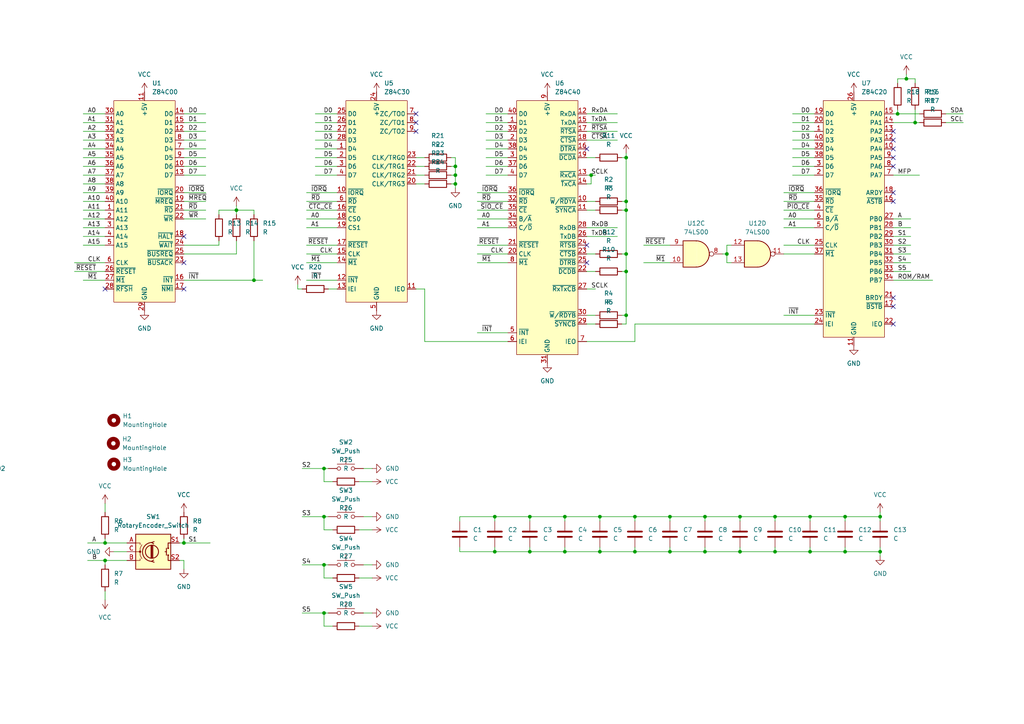
<source format=kicad_sch>
(kicad_sch (version 20230121) (generator eeschema)

  (uuid 7af87109-2701-44e3-8f81-c21ee8440b5b)

  (paper "A4")

  

  (junction (at 204.47 160.02) (diameter 0) (color 0 0 0 0)
    (uuid 027c4691-0273-4cd4-9725-761cc86e58d9)
  )
  (junction (at 245.11 149.86) (diameter 0) (color 0 0 0 0)
    (uuid 04c244ec-dd9d-4874-b813-b90d9680bf27)
  )
  (junction (at -128.27 49.53) (diameter 0) (color 0 0 0 0)
    (uuid 06d14785-60b4-48f5-b7d5-b9548beb58d7)
  )
  (junction (at 93.98 135.89) (diameter 0) (color 0 0 0 0)
    (uuid 07515610-d613-4849-af3e-45ced1baf8a9)
  )
  (junction (at -92.71 52.07) (diameter 0) (color 0 0 0 0)
    (uuid 0a11fa0f-6aea-4a8b-9eb9-bb420006a62b)
  )
  (junction (at 163.83 160.02) (diameter 0) (color 0 0 0 0)
    (uuid 12dc2401-031e-42fb-a480-b1e1cfaa6f93)
  )
  (junction (at -149.86 0) (diameter 0) (color 0 0 0 0)
    (uuid 13d140d3-4204-4c14-8932-65d56af00440)
  )
  (junction (at -41.91 113.03) (diameter 0) (color 0 0 0 0)
    (uuid 16b824f6-8f1c-49ba-a49f-48f2aee78eeb)
  )
  (junction (at 153.67 149.86) (diameter 0) (color 0 0 0 0)
    (uuid 17b9833e-c931-4589-bbc0-67b294aa2efa)
  )
  (junction (at 260.35 33.02) (diameter 0) (color 0 0 0 0)
    (uuid 17e39a8a-8e5c-4bb3-9f48-9363f2d6365b)
  )
  (junction (at -41.91 107.95) (diameter 0) (color 0 0 0 0)
    (uuid 18cc5be8-381a-4362-823e-df32042c337c)
  )
  (junction (at 234.95 160.02) (diameter 0) (color 0 0 0 0)
    (uuid 18ead599-0647-49ba-a071-697a227916fa)
  )
  (junction (at 163.83 149.86) (diameter 0) (color 0 0 0 0)
    (uuid 20cbd321-a3ce-4b7d-a579-67e37df54c06)
  )
  (junction (at -92.71 41.91) (diameter 0) (color 0 0 0 0)
    (uuid 26fc0e8d-b3ef-449c-9be3-a84d87765001)
  )
  (junction (at 262.89 22.86) (diameter 0) (color 0 0 0 0)
    (uuid 2ca8b3ba-263d-4ca7-ae93-165054db1d15)
  )
  (junction (at 181.61 78.74) (diameter 0) (color 0 0 0 0)
    (uuid 2cd7307f-4c96-4efe-b760-023bc518712b)
  )
  (junction (at 224.79 149.86) (diameter 0) (color 0 0 0 0)
    (uuid 2f7da883-be6b-402f-8055-52a568447cdd)
  )
  (junction (at 30.48 162.56) (diameter 0) (color 0 0 0 0)
    (uuid 34fc4f74-9f24-4e66-b2c1-221240030717)
  )
  (junction (at 181.61 60.96) (diameter 0) (color 0 0 0 0)
    (uuid 3edf9e66-f32c-4bfb-9fe3-1dd481f88d50)
  )
  (junction (at 73.66 81.28) (diameter 0) (color 0 0 0 0)
    (uuid 42828a28-9c5e-40a2-9c3c-792b9fc85b97)
  )
  (junction (at 143.51 160.02) (diameter 0) (color 0 0 0 0)
    (uuid 45e026f8-6f31-475b-a4a4-63cf00626011)
  )
  (junction (at 204.47 149.86) (diameter 0) (color 0 0 0 0)
    (uuid 5005972e-ed8b-49e0-8383-9a10138243f3)
  )
  (junction (at 132.08 50.8) (diameter 0) (color 0 0 0 0)
    (uuid 5951db40-3f5e-4c38-8e7e-5bb33a4d8458)
  )
  (junction (at 93.98 149.86) (diameter 0) (color 0 0 0 0)
    (uuid 5ce1bd32-6689-4104-8ba3-bc3cd34c1c53)
  )
  (junction (at -113.03 115.57) (diameter 0) (color 0 0 0 0)
    (uuid 5e066aad-0927-4988-8328-b35713159e9e)
  )
  (junction (at 143.51 149.86) (diameter 0) (color 0 0 0 0)
    (uuid 61f08780-8133-4919-aa4d-237213b757d8)
  )
  (junction (at -138.43 8.89) (diameter 0) (color 0 0 0 0)
    (uuid 65cae58d-424b-4d2c-b6c8-56de302f5247)
  )
  (junction (at 132.08 53.34) (diameter 0) (color 0 0 0 0)
    (uuid 7327257a-1aaf-4ff1-a549-6bd61b3869c4)
  )
  (junction (at 181.61 91.44) (diameter 0) (color 0 0 0 0)
    (uuid 754a2353-cf13-43d1-8a43-5e45c4c85e9c)
  )
  (junction (at 171.45 50.8) (diameter 0) (color 0 0 0 0)
    (uuid 7ac0b02b-1591-4d7c-83f2-62e26951e189)
  )
  (junction (at 234.95 149.86) (diameter 0) (color 0 0 0 0)
    (uuid 87ccf553-624d-4ff9-8fdb-ed82b5956cb4)
  )
  (junction (at 173.99 160.02) (diameter 0) (color 0 0 0 0)
    (uuid 8c4ab9dd-dcfd-4200-8a7c-4f64558054e3)
  )
  (junction (at 214.63 149.86) (diameter 0) (color 0 0 0 0)
    (uuid 91354cfd-1b00-4ac0-a212-034974cf60be)
  )
  (junction (at 132.08 48.26) (diameter 0) (color 0 0 0 0)
    (uuid 9e40549f-0b82-4e84-bb31-4c089576f7b6)
  )
  (junction (at 68.58 60.96) (diameter 0) (color 0 0 0 0)
    (uuid a0173f72-1ba7-41ce-a3e7-ca2bc671822c)
  )
  (junction (at 153.67 160.02) (diameter 0) (color 0 0 0 0)
    (uuid a2207d01-7e1f-46db-9603-963839918433)
  )
  (junction (at 181.61 73.66) (diameter 0) (color 0 0 0 0)
    (uuid a264768d-644a-43d1-9e7f-49ad5bd05f46)
  )
  (junction (at -149.86 2.54) (diameter 0) (color 0 0 0 0)
    (uuid a6e4edfd-bd79-4d5c-a932-29dfbfb812cd)
  )
  (junction (at -82.55 52.07) (diameter 0) (color 0 0 0 0)
    (uuid ac55e45d-dc9e-40e6-ab92-6c2d8607e1b8)
  )
  (junction (at 265.43 35.56) (diameter 0) (color 0 0 0 0)
    (uuid ae78e00a-d8bf-4c58-a776-8c76d96bf3fe)
  )
  (junction (at 181.61 58.42) (diameter 0) (color 0 0 0 0)
    (uuid b9cdee14-a0e9-41b7-bbcd-f6ea38901d58)
  )
  (junction (at 224.79 160.02) (diameter 0) (color 0 0 0 0)
    (uuid bab5c241-9251-4902-bd1f-f5bf7b3ba2e1)
  )
  (junction (at 194.31 160.02) (diameter 0) (color 0 0 0 0)
    (uuid c1c1c0f2-69a2-441e-8067-e3821ed1a698)
  )
  (junction (at 184.15 160.02) (diameter 0) (color 0 0 0 0)
    (uuid c21d169a-f19b-42c9-bbc1-e35b32058112)
  )
  (junction (at 93.98 163.83) (diameter 0) (color 0 0 0 0)
    (uuid c5ea40a9-7de3-41d6-a0dc-f0bbdc97550f)
  )
  (junction (at 210.82 73.66) (diameter 0) (color 0 0 0 0)
    (uuid c9ac96de-27f3-45ee-93b7-2c8d84d44972)
  )
  (junction (at 214.63 160.02) (diameter 0) (color 0 0 0 0)
    (uuid ca4c7e91-1619-4fde-97ed-82d690544b1d)
  )
  (junction (at 173.99 149.86) (diameter 0) (color 0 0 0 0)
    (uuid caa23638-c85c-4baa-8ecc-bc8b35f66332)
  )
  (junction (at 184.15 149.86) (diameter 0) (color 0 0 0 0)
    (uuid cdec21c2-6903-46b2-a3ca-18dc4ef8af7a)
  )
  (junction (at 194.31 149.86) (diameter 0) (color 0 0 0 0)
    (uuid ceb893c7-2c6d-4b79-9fbd-f6a0b4a529cb)
  )
  (junction (at 181.61 45.72) (diameter 0) (color 0 0 0 0)
    (uuid d0ac6b89-94cb-4cbd-ab63-f3418b1fecc6)
  )
  (junction (at 255.27 149.86) (diameter 0) (color 0 0 0 0)
    (uuid d1209273-ff3f-4379-91f6-74ec04eb2dbe)
  )
  (junction (at -195.58 176.53) (diameter 0) (color 0 0 0 0)
    (uuid d2b902f2-126a-4c0d-964b-bfde5a2e1171)
  )
  (junction (at 255.27 160.02) (diameter 0) (color 0 0 0 0)
    (uuid d4071e25-30d9-44ee-8d02-c8372e3b8cb8)
  )
  (junction (at -179.07 110.49) (diameter 0) (color 0 0 0 0)
    (uuid da7a510a-290c-4b18-995c-e09c80a1127d)
  )
  (junction (at 245.11 160.02) (diameter 0) (color 0 0 0 0)
    (uuid e0fc9183-937f-4d6c-ae16-98fcaaf86584)
  )
  (junction (at 53.34 157.48) (diameter 0) (color 0 0 0 0)
    (uuid e5ab626c-4f82-4e3c-aa3c-f409e590a692)
  )
  (junction (at 30.48 157.48) (diameter 0) (color 0 0 0 0)
    (uuid e829ee7f-c34b-4a69-864d-cd85ae846d6a)
  )
  (junction (at 87.63 259.08) (diameter 0) (color 0 0 0 0)
    (uuid eb397192-4dbb-48b5-bc2d-dacffb399ac9)
  )
  (junction (at -41.91 90.17) (diameter 0) (color 0 0 0 0)
    (uuid eef1c26b-9ab7-43ca-8fa5-1094f4875db1)
  )
  (junction (at 93.98 177.8) (diameter 0) (color 0 0 0 0)
    (uuid f3cba620-f1d5-427d-a412-f041951288f1)
  )
  (junction (at -41.91 105.41) (diameter 0) (color 0 0 0 0)
    (uuid fb4cb8f4-15df-4149-98bc-2be07e8d831a)
  )

  (no_connect (at 170.18 71.12) (uuid 0226ad18-aecf-4a37-9bd7-1ba0b473e5ad))
  (no_connect (at 53.34 76.2) (uuid 10e80fe0-207b-4c05-9bb5-82f0418c0435))
  (no_connect (at 120.65 33.02) (uuid 15f811dd-0c4b-46d8-aa86-2e2cd5747e24))
  (no_connect (at 53.34 68.58) (uuid 1a02debf-31f1-4df7-9363-9097140706cb))
  (no_connect (at 120.65 35.56) (uuid 493abe82-e707-4e18-8158-a707f76e6779))
  (no_connect (at 259.08 43.18) (uuid 58e14f2e-c0bd-4cba-8cc5-ed6e1ddc978e))
  (no_connect (at 259.08 40.64) (uuid 5a537897-29af-4b1e-bd45-6145fd51295a))
  (no_connect (at -114.3 -35.56) (uuid 5f5feddc-3d52-4859-a5cf-a6f40895c01a))
  (no_connect (at 170.18 76.2) (uuid 62e55439-f569-403b-b07d-dcc8f270e616))
  (no_connect (at 259.08 38.1) (uuid 63e34fed-8052-4a43-9c2a-d47a57234215))
  (no_connect (at 30.48 83.82) (uuid 65e7e047-83d3-4456-bcc6-0d911f69151d))
  (no_connect (at -27.94 44.45) (uuid 680bf30d-52b5-449f-978d-cba01e41a1fe))
  (no_connect (at 259.08 93.98) (uuid 6a1ebc50-2bcb-4bfe-b03b-b76325ef2d80))
  (no_connect (at 170.18 43.18) (uuid 72954ad8-cee1-4a18-9c5b-f54c488551d7))
  (no_connect (at 259.08 58.42) (uuid 79ec2196-ddc4-484d-a01e-768273f3e76a))
  (no_connect (at -27.94 49.53) (uuid 89a05255-8b01-4df6-8016-8bef492a371c))
  (no_connect (at 259.08 48.26) (uuid 89f16597-add7-4d5d-b537-e80760d89189))
  (no_connect (at 259.08 45.72) (uuid 99ea114b-a9aa-4bc8-892e-e84f5c7cabbe))
  (no_connect (at -27.94 41.91) (uuid b9c958e3-36be-48d2-9ba9-4b4bba79aa6e))
  (no_connect (at -157.48 -39.37) (uuid c535f1a5-9d1c-4296-9091-a40387e8e52b))
  (no_connect (at 53.34 83.82) (uuid cab8266b-1f2a-4f21-a6ac-e7bc1e59c3db))
  (no_connect (at 259.08 86.36) (uuid d27f690e-1fd9-4a5f-88fd-fc41f5eaa326))
  (no_connect (at 259.08 88.9) (uuid fe9e03d0-a105-40b3-997d-468662950031))
  (no_connect (at 259.08 55.88) (uuid ff0357f9-9588-438d-ada7-1931d7cbc65c))
  (no_connect (at 120.65 38.1) (uuid ffd834c7-5d77-43bb-b56c-8bc2ac7f2193))

  (wire (pts (xy 170.18 66.04) (xy 179.07 66.04))
    (stroke (width 0) (type default))
    (uuid 00539377-0ca1-46d4-b1f7-6f164c1a719b)
  )
  (wire (pts (xy 184.15 149.86) (xy 194.31 149.86))
    (stroke (width 0) (type default))
    (uuid 006e8392-01c5-4cc1-83e1-856f6994de1c)
  )
  (wire (pts (xy 77.47 236.22) (xy 83.82 236.22))
    (stroke (width 0) (type default))
    (uuid 00fcd56e-e0bb-4d4c-a2db-14310613a37b)
  )
  (wire (pts (xy -142.24 115.57) (xy -133.35 115.57))
    (stroke (width 0) (type default))
    (uuid 012dae23-8168-43f2-8b6c-9877aa5f3f91)
  )
  (wire (pts (xy -113.03 118.11) (xy -113.03 115.57))
    (stroke (width 0) (type default))
    (uuid 013fdb18-fad2-48ef-bd92-a63606e49999)
  )
  (wire (pts (xy 184.15 99.06) (xy 184.15 93.98))
    (stroke (width 0) (type default))
    (uuid 01618bc6-c7d8-47f4-819b-27589a0ae846)
  )
  (wire (pts (xy 227.33 63.5) (xy 236.22 63.5))
    (stroke (width 0) (type default))
    (uuid 0162a806-1d72-4274-ba3b-9596b40004c2)
  )
  (wire (pts (xy 53.34 40.64) (xy 59.69 40.64))
    (stroke (width 0) (type default))
    (uuid 02262735-5d2b-4c53-9c10-61f3d575ded6)
  )
  (wire (pts (xy 210.82 71.12) (xy 210.82 73.66))
    (stroke (width 0) (type default))
    (uuid 03ce9121-b9a1-4ff8-8b2d-e217c2f5113c)
  )
  (wire (pts (xy 245.11 149.86) (xy 245.11 151.13))
    (stroke (width 0) (type default))
    (uuid 04410ae0-4fe4-4163-aba1-6967d86ed1b6)
  )
  (wire (pts (xy 33.02 160.02) (xy 36.83 160.02))
    (stroke (width 0) (type default))
    (uuid 0449eae8-0bce-4656-836c-63ef3fae4721)
  )
  (wire (pts (xy -92.71 50.8) (xy -92.71 52.07))
    (stroke (width 0) (type default))
    (uuid 04ae0cf6-bf99-4e36-ad10-0e708fdc1b0f)
  )
  (wire (pts (xy 255.27 149.86) (xy 255.27 151.13))
    (stroke (width 0) (type default))
    (uuid 0567f435-4aee-4efa-a4a9-5a45742207ba)
  )
  (wire (pts (xy 120.65 53.34) (xy 123.19 53.34))
    (stroke (width 0) (type default))
    (uuid 05b255b4-3726-4e9a-b43a-c9b26a528228)
  )
  (wire (pts (xy 24.13 60.96) (xy 30.48 60.96))
    (stroke (width 0) (type default))
    (uuid 068fc941-3740-40d4-8ae1-9778aa9eab6a)
  )
  (wire (pts (xy -133.35 49.53) (xy -128.27 49.53))
    (stroke (width 0) (type default))
    (uuid 076c3bb0-11ca-42f1-a043-dd5c41ae689a)
  )
  (wire (pts (xy 109.22 306.07) (xy 115.57 306.07))
    (stroke (width 0) (type default))
    (uuid 07aba54a-af64-433f-8ee6-4ea344ba1e13)
  )
  (wire (pts (xy 274.32 33.02) (xy 279.4 33.02))
    (stroke (width 0) (type default))
    (uuid 083252dd-89dc-408e-8e16-9b275f7d48a8)
  )
  (wire (pts (xy 143.51 158.75) (xy 143.51 160.02))
    (stroke (width 0) (type default))
    (uuid 0855691e-c800-42e2-b353-e5a0a06ce5f9)
  )
  (wire (pts (xy 53.34 81.28) (xy 73.66 81.28))
    (stroke (width 0) (type default))
    (uuid 08f92e3a-4d81-4add-98ed-faf4c1665966)
  )
  (wire (pts (xy 97.79 33.02) (xy 91.44 33.02))
    (stroke (width 0) (type default))
    (uuid 09185e09-a26a-41cf-a014-17dcfd80a2e5)
  )
  (wire (pts (xy -50.8 113.03) (xy -41.91 113.03))
    (stroke (width 0) (type default))
    (uuid 09923e85-fd63-4a43-ac63-4acada977408)
  )
  (wire (pts (xy 224.79 158.75) (xy 224.79 160.02))
    (stroke (width 0) (type default))
    (uuid 0a3c3702-d212-43c5-9ba0-bd81d156f739)
  )
  (wire (pts (xy -119.38 44.45) (xy -125.73 44.45))
    (stroke (width 0) (type default))
    (uuid 0a53d349-4d86-4923-8afa-0d14c102c840)
  )
  (wire (pts (xy -148.59 -2.54) (xy -149.86 -2.54))
    (stroke (width 0) (type default))
    (uuid 0b3d03d0-5a0d-41d3-a9f2-811a3608adc0)
  )
  (wire (pts (xy -114.3 115.57) (xy -113.03 115.57))
    (stroke (width 0) (type default))
    (uuid 0b414eec-4a44-4c54-a503-f19abf84d9a1)
  )
  (wire (pts (xy 88.9 66.04) (xy 97.79 66.04))
    (stroke (width 0) (type default))
    (uuid 0bf2b20c-5057-4238-a6bd-fe2527739761)
  )
  (wire (pts (xy -142.24 118.11) (xy -129.54 118.11))
    (stroke (width 0) (type default))
    (uuid 0cabe9b4-1d86-411e-97f6-194b2a682ea1)
  )
  (wire (pts (xy 120.65 50.8) (xy 123.19 50.8))
    (stroke (width 0) (type default))
    (uuid 0d15c35d-e909-4ebd-9190-4ef3ef6a14c2)
  )
  (wire (pts (xy 53.34 33.02) (xy 59.69 33.02))
    (stroke (width 0) (type default))
    (uuid 0df3a2fd-e332-485e-b469-2e162433b8e5)
  )
  (wire (pts (xy 68.58 73.66) (xy 68.58 69.85))
    (stroke (width 0) (type default))
    (uuid 0ee6c6ff-d256-4c6c-a7b7-f012476dff6c)
  )
  (wire (pts (xy -27.94 36.83) (xy -19.05 36.83))
    (stroke (width 0) (type default))
    (uuid 0f2e4b86-6a42-466c-acc3-840ffe2951dc)
  )
  (wire (pts (xy 95.25 83.82) (xy 97.79 83.82))
    (stroke (width 0) (type default))
    (uuid 0f676607-ce8d-4d9a-afc2-d79f77cf33ce)
  )
  (wire (pts (xy 24.13 43.18) (xy 30.48 43.18))
    (stroke (width 0) (type default))
    (uuid 0fff2000-f906-4450-9880-3fe1b32bcbbe)
  )
  (wire (pts (xy 105.41 135.89) (xy 107.95 135.89))
    (stroke (width 0) (type default))
    (uuid 103bc550-4f9f-4636-8ced-a49758e8b840)
  )
  (wire (pts (xy 259.08 71.12) (xy 264.16 71.12))
    (stroke (width 0) (type default))
    (uuid 11f1ca59-f78e-4eac-aa6e-63a3eeab5d52)
  )
  (wire (pts (xy -201.93 176.53) (xy -195.58 176.53))
    (stroke (width 0) (type default))
    (uuid 12536977-ee15-4df2-9b5e-bfe3037a47e6)
  )
  (wire (pts (xy 227.33 71.12) (xy 236.22 71.12))
    (stroke (width 0) (type default))
    (uuid 13c8e597-ef1c-4e9f-b721-4cf5ea1f3dea)
  )
  (wire (pts (xy 63.5 71.12) (xy 63.5 69.85))
    (stroke (width 0) (type default))
    (uuid 14134eed-e96c-4d7f-a58d-3cf60ca35423)
  )
  (wire (pts (xy 53.34 35.56) (xy 59.69 35.56))
    (stroke (width 0) (type default))
    (uuid 142cac8d-9fd4-4575-98a1-8fe7711d8dfc)
  )
  (wire (pts (xy 173.99 160.02) (xy 163.83 160.02))
    (stroke (width 0) (type default))
    (uuid 145a84d0-84c5-4afc-979f-a2e229b2f549)
  )
  (wire (pts (xy 194.31 149.86) (xy 194.31 151.13))
    (stroke (width 0) (type default))
    (uuid 1466b358-a01f-4fe4-babb-c50672824db3)
  )
  (wire (pts (xy 24.13 63.5) (xy 30.48 63.5))
    (stroke (width 0) (type default))
    (uuid 14852815-ac14-4376-b075-38ab66b20415)
  )
  (wire (pts (xy 170.18 60.96) (xy 172.72 60.96))
    (stroke (width 0) (type default))
    (uuid 14bcba95-e243-4dea-9e02-eedacf3e90c3)
  )
  (wire (pts (xy -27.94 34.29) (xy -19.05 34.29))
    (stroke (width 0) (type default))
    (uuid 15a26bed-8b82-49fd-b08e-d295b68df566)
  )
  (wire (pts (xy 170.18 50.8) (xy 171.45 50.8))
    (stroke (width 0) (type default))
    (uuid 16e18eb4-2723-422b-966c-151eed6211d5)
  )
  (wire (pts (xy -48.26 39.37) (xy -54.61 39.37))
    (stroke (width 0) (type default))
    (uuid 171f65cc-0b6e-44b2-b7fc-f1c446c5a1b0)
  )
  (wire (pts (xy -41.91 105.41) (xy -41.91 107.95))
    (stroke (width 0) (type default))
    (uuid 17252fad-dbe4-4c2c-913b-f3ecf72a29de)
  )
  (wire (pts (xy 234.95 160.02) (xy 224.79 160.02))
    (stroke (width 0) (type default))
    (uuid 17e6f45f-e3c5-42e7-9a1e-527649739eb5)
  )
  (wire (pts (xy -194.31 173.99) (xy -195.58 173.99))
    (stroke (width 0) (type default))
    (uuid 1865118f-eece-49ee-a6bd-11a41b1a7c6e)
  )
  (wire (pts (xy 88.9 71.12) (xy 97.79 71.12))
    (stroke (width 0) (type default))
    (uuid 18a8f6fa-5436-4b8f-8e31-c932e13bff9e)
  )
  (wire (pts (xy 140.97 306.07) (xy 147.32 306.07))
    (stroke (width 0) (type default))
    (uuid 192d5bb1-9cff-45a1-8f30-7b4a98bbe7c6)
  )
  (wire (pts (xy -97.79 49.53) (xy -97.79 52.07))
    (stroke (width 0) (type default))
    (uuid 194f561b-71cd-48aa-8ee7-4940631fa600)
  )
  (wire (pts (xy 153.67 160.02) (xy 143.51 160.02))
    (stroke (width 0) (type default))
    (uuid 1972a573-71cd-48c9-ae58-89602323ca84)
  )
  (wire (pts (xy 180.34 60.96) (xy 181.61 60.96))
    (stroke (width 0) (type default))
    (uuid 19bf8cd8-9698-47a1-ba05-728d9adf329a)
  )
  (wire (pts (xy 133.35 228.6) (xy 139.7 228.6))
    (stroke (width 0) (type default))
    (uuid 1a193e81-515f-4ce1-82a1-7bbc3f3f28ad)
  )
  (wire (pts (xy -97.79 44.45) (xy -97.79 41.91))
    (stroke (width 0) (type default))
    (uuid 1a792fa4-4987-45ca-bcf3-0eb2c14d5efb)
  )
  (wire (pts (xy 24.13 71.12) (xy 30.48 71.12))
    (stroke (width 0) (type default))
    (uuid 1bdadd52-cca2-4619-a584-944b44e8b191)
  )
  (wire (pts (xy 210.82 76.2) (xy 212.09 76.2))
    (stroke (width 0) (type default))
    (uuid 1d13d345-d2d0-4702-832f-603c8c69737d)
  )
  (wire (pts (xy 173.99 149.86) (xy 184.15 149.86))
    (stroke (width 0) (type default))
    (uuid 1dbe1214-1773-4f7a-8f50-d1b22ffb4ac6)
  )
  (wire (pts (xy 30.48 156.21) (xy 30.48 157.48))
    (stroke (width 0) (type default))
    (uuid 1ddb4887-c7d6-495c-8174-5f67cf989312)
  )
  (wire (pts (xy 147.32 43.18) (xy 140.97 43.18))
    (stroke (width 0) (type default))
    (uuid 1df39b8c-af80-476a-8a43-06c7a32d1453)
  )
  (wire (pts (xy 204.47 160.02) (xy 194.31 160.02))
    (stroke (width 0) (type default))
    (uuid 1e3523ad-6a58-4453-811b-c16f78fc047a)
  )
  (wire (pts (xy 104.14 139.7) (xy 107.95 139.7))
    (stroke (width 0) (type default))
    (uuid 1f2961e5-27e9-48d3-8a6f-e54bca0eff63)
  )
  (wire (pts (xy 77.47 256.54) (xy 83.82 256.54))
    (stroke (width 0) (type default))
    (uuid 1f6be538-531a-4bdf-a9ed-baa31555efa7)
  )
  (wire (pts (xy -138.43 8.89) (xy -138.43 10.16))
    (stroke (width 0) (type default))
    (uuid 1f73882a-e429-40dc-b7ae-3adfb13111d7)
  )
  (wire (pts (xy -149.86 0) (xy -149.86 2.54))
    (stroke (width 0) (type default))
    (uuid 20b180de-84b2-4cad-86e5-18989588bff6)
  )
  (wire (pts (xy 236.22 38.1) (xy 229.87 38.1))
    (stroke (width 0) (type default))
    (uuid 21f29451-097d-4eee-ae02-8b391901c489)
  )
  (wire (pts (xy 133.35 151.13) (xy 133.35 149.86))
    (stroke (width 0) (type default))
    (uuid 21f4939c-bec1-4224-b0d3-263fa9ca966d)
  )
  (wire (pts (xy 101.6 248.92) (xy 107.95 248.92))
    (stroke (width 0) (type default))
    (uuid 228228bd-d82b-467b-80e4-4d73e0ef324f)
  )
  (wire (pts (xy 87.63 163.83) (xy 93.98 163.83))
    (stroke (width 0) (type default))
    (uuid 22b0bd54-a7bc-4321-ad54-5e1edd345f38)
  )
  (wire (pts (xy -119.38 41.91) (xy -125.73 41.91))
    (stroke (width 0) (type default))
    (uuid 25632b11-989f-43f0-8386-73ebf670e63f)
  )
  (wire (pts (xy 173.99 149.86) (xy 173.99 151.13))
    (stroke (width 0) (type default))
    (uuid 25a27135-3bab-4fc0-a5d2-639a9b1ea61d)
  )
  (wire (pts (xy 133.35 241.3) (xy 139.7 241.3))
    (stroke (width 0) (type default))
    (uuid 25d52440-32bd-4bb2-9a47-fde45b034fb1)
  )
  (wire (pts (xy 234.95 158.75) (xy 234.95 160.02))
    (stroke (width 0) (type default))
    (uuid 265ce4c0-a959-4536-bf27-9eb4791ac5ec)
  )
  (wire (pts (xy 224.79 149.86) (xy 224.79 151.13))
    (stroke (width 0) (type default))
    (uuid 26da2a95-0c6f-44ae-ba58-bdc1c0785961)
  )
  (wire (pts (xy 140.97 328.93) (xy 147.32 328.93))
    (stroke (width 0) (type default))
    (uuid 275ddce9-a07c-4bd1-bf05-6495d533361c)
  )
  (wire (pts (xy 184.15 158.75) (xy 184.15 160.02))
    (stroke (width 0) (type default))
    (uuid 275e568d-3669-49c5-882b-c357b92e7ed6)
  )
  (wire (pts (xy 93.98 139.7) (xy 96.52 139.7))
    (stroke (width 0) (type default))
    (uuid 27cc6934-0f24-4923-bcde-d60c15c07514)
  )
  (wire (pts (xy 133.35 243.84) (xy 139.7 243.84))
    (stroke (width 0) (type default))
    (uuid 27de8edf-b254-471d-9dd7-641e4528ce02)
  )
  (wire (pts (xy 170.18 38.1) (xy 179.07 38.1))
    (stroke (width 0) (type default))
    (uuid 2864b322-d759-4432-80eb-c9228e6addf2)
  )
  (wire (pts (xy 109.22 331.47) (xy 115.57 331.47))
    (stroke (width 0) (type default))
    (uuid 286a1160-2f10-4330-bdd3-5078193d9989)
  )
  (wire (pts (xy -48.26 24.13) (xy -54.61 24.13))
    (stroke (width 0) (type default))
    (uuid 297cca19-fd37-4bf3-96d7-ad63d7cea696)
  )
  (wire (pts (xy -41.91 87.63) (xy -41.91 90.17))
    (stroke (width 0) (type default))
    (uuid 298055bf-2f48-40a7-9930-02552861362b)
  )
  (wire (pts (xy 140.97 303.53) (xy 147.32 303.53))
    (stroke (width 0) (type default))
    (uuid 2a7bc6b7-4cb3-4151-b685-fd276a312143)
  )
  (wire (pts (xy 170.18 58.42) (xy 172.72 58.42))
    (stroke (width 0) (type default))
    (uuid 2aae8374-257d-4ea2-9ee6-b33830f54bc0)
  )
  (wire (pts (xy 53.34 157.48) (xy 60.96 157.48))
    (stroke (width 0) (type default))
    (uuid 2b2fd090-37c8-46dc-8a45-0c556e718404)
  )
  (wire (pts (xy 236.22 45.72) (xy 229.87 45.72))
    (stroke (width 0) (type default))
    (uuid 2bfcd185-f876-4719-8556-baad12bf235d)
  )
  (wire (pts (xy 36.83 162.56) (xy 30.48 162.56))
    (stroke (width 0) (type default))
    (uuid 2c7ec54b-0e63-44b0-9e54-41d54cc09bad)
  )
  (wire (pts (xy 181.61 45.72) (xy 181.61 58.42))
    (stroke (width 0) (type default))
    (uuid 2e0a8fa9-fc54-4602-bfa7-4139dd2007d6)
  )
  (wire (pts (xy 236.22 40.64) (xy 229.87 40.64))
    (stroke (width 0) (type default))
    (uuid 2eb389ef-e621-44d1-8618-ae01b7932e65)
  )
  (wire (pts (xy 133.35 160.02) (xy 133.35 158.75))
    (stroke (width 0) (type default))
    (uuid 2f23eab8-55b5-445b-ae43-81e97907b1d4)
  )
  (wire (pts (xy 138.43 66.04) (xy 147.32 66.04))
    (stroke (width 0) (type default))
    (uuid 2f5d1795-475c-442d-86d1-9dc7301e4cf6)
  )
  (wire (pts (xy -99.06 49.53) (xy -97.79 49.53))
    (stroke (width 0) (type default))
    (uuid 2f86a666-42d3-416c-9679-83bdf8a3cf94)
  )
  (wire (pts (xy 132.08 50.8) (xy 132.08 53.34))
    (stroke (width 0) (type default))
    (uuid 2fc35126-2ccd-4f7d-a024-004945b54d69)
  )
  (wire (pts (xy 53.34 45.72) (xy 59.69 45.72))
    (stroke (width 0) (type default))
    (uuid 2fd8a25c-5b17-4ca6-a2e1-5a7c75a87d08)
  )
  (wire (pts (xy 259.08 76.2) (xy 264.16 76.2))
    (stroke (width 0) (type default))
    (uuid 313740d0-ce9d-4054-9f96-2ec78ef846f1)
  )
  (wire (pts (xy -142.24 110.49) (xy -133.35 110.49))
    (stroke (width 0) (type default))
    (uuid 31b24342-a781-4d0a-aa3a-378e1c2d7d2c)
  )
  (wire (pts (xy 138.43 96.52) (xy 147.32 96.52))
    (stroke (width 0) (type default))
    (uuid 31b34250-98f9-4249-ae72-cef8f0d0b995)
  )
  (wire (pts (xy 24.13 81.28) (xy 30.48 81.28))
    (stroke (width 0) (type default))
    (uuid 33421519-84b6-47f0-9fd5-91d34bcde8ce)
  )
  (wire (pts (xy 45.72 228.6) (xy 52.07 228.6))
    (stroke (width 0) (type default))
    (uuid 3491742d-faaa-470c-b730-1a551b349b6a)
  )
  (wire (pts (xy -195.58 173.99) (xy -195.58 176.53))
    (stroke (width 0) (type default))
    (uuid 34f0c379-ad28-4a46-9c5a-a7fd96351f43)
  )
  (wire (pts (xy -41.91 92.71) (xy -40.64 92.71))
    (stroke (width 0) (type default))
    (uuid 35981836-c843-41bc-bc6d-0bcfd4971990)
  )
  (wire (pts (xy 153.67 158.75) (xy 153.67 160.02))
    (stroke (width 0) (type default))
    (uuid 35ad700f-38cc-4c13-bf83-3f1662c680a1)
  )
  (wire (pts (xy 171.45 50.8) (xy 172.72 50.8))
    (stroke (width 0) (type default))
    (uuid 36ad9907-6019-4b55-851e-7d4ffdf41799)
  )
  (wire (pts (xy 130.81 45.72) (xy 132.08 45.72))
    (stroke (width 0) (type default))
    (uuid 37be29d1-ef45-418f-aa14-68edb78984e9)
  )
  (wire (pts (xy 180.34 91.44) (xy 181.61 91.44))
    (stroke (width 0) (type default))
    (uuid 37c24c7e-3164-40a8-9ded-257322deb463)
  )
  (wire (pts (xy 45.72 243.84) (xy 52.07 243.84))
    (stroke (width 0) (type default))
    (uuid 37fa64b4-7645-4b50-ac1a-e5ed52768cff)
  )
  (wire (pts (xy 53.34 162.56) (xy 53.34 165.1))
    (stroke (width 0) (type default))
    (uuid 38b3d647-24f7-4950-92a9-f66fc2cd379a)
  )
  (wire (pts (xy 97.79 48.26) (xy 91.44 48.26))
    (stroke (width 0) (type default))
    (uuid 3a79bf79-b22b-4c89-b03b-0ac5c42661f2)
  )
  (wire (pts (xy 24.13 38.1) (xy 30.48 38.1))
    (stroke (width 0) (type default))
    (uuid 3ab523e6-1658-43e2-86bf-4cb0c7056acb)
  )
  (wire (pts (xy 45.72 238.76) (xy 52.07 238.76))
    (stroke (width 0) (type default))
    (uuid 3abbf082-1046-4fc9-87ec-c978d9a318e0)
  )
  (wire (pts (xy 21.59 76.2) (xy 30.48 76.2))
    (stroke (width 0) (type default))
    (uuid 3bc18d6a-45d5-47b1-84fa-0c45ca7b7b57)
  )
  (wire (pts (xy 86.36 82.55) (xy 86.36 83.82))
    (stroke (width 0) (type default))
    (uuid 3bcbd92c-a1b9-43f2-bf86-aff302fcef78)
  )
  (wire (pts (xy 180.34 73.66) (xy 181.61 73.66))
    (stroke (width 0) (type default))
    (uuid 3c4dd905-f89f-4dc6-992b-3db10148fd1a)
  )
  (wire (pts (xy 265.43 31.75) (xy 265.43 35.56))
    (stroke (width 0) (type default))
    (uuid 3c6a5280-df8f-46f9-bab6-cea46dbc7e7c)
  )
  (wire (pts (xy -195.58 176.53) (xy -195.58 179.07))
    (stroke (width 0) (type default))
    (uuid 3ca2a8e7-68da-4f13-a075-0519cc3509c6)
  )
  (wire (pts (xy 138.43 63.5) (xy 147.32 63.5))
    (stroke (width 0) (type default))
    (uuid 3d402bd7-3167-403c-a46b-a48955df423c)
  )
  (wire (pts (xy 105.41 163.83) (xy 107.95 163.83))
    (stroke (width 0) (type default))
    (uuid 3e01afd2-898f-4158-adcf-ede777c798c6)
  )
  (wire (pts (xy 140.97 313.69) (xy 147.32 313.69))
    (stroke (width 0) (type default))
    (uuid 3e20c88b-f165-4a06-a621-65549b564c8c)
  )
  (wire (pts (xy -111.76 118.11) (xy -113.03 118.11))
    (stroke (width 0) (type default))
    (uuid 3e8bb1d1-6d68-4818-88af-32b9cb20c04e)
  )
  (wire (pts (xy 170.18 68.58) (xy 179.07 68.58))
    (stroke (width 0) (type default))
    (uuid 3ed5f07f-34fd-4494-909a-2188368ef5d9)
  )
  (wire (pts (xy 97.79 43.18) (xy 91.44 43.18))
    (stroke (width 0) (type default))
    (uuid 3fde8e88-48a3-44b9-b050-361c997eb531)
  )
  (wire (pts (xy 173.99 158.75) (xy 173.99 160.02))
    (stroke (width 0) (type default))
    (uuid 408c90cd-1c8c-4cf1-bf8c-52741f89ee85)
  )
  (wire (pts (xy 45.72 251.46) (xy 52.07 251.46))
    (stroke (width 0) (type default))
    (uuid 410d148d-e8d9-4139-9374-d44ea3d6ba50)
  )
  (wire (pts (xy 24.13 40.64) (xy 30.48 40.64))
    (stroke (width 0) (type default))
    (uuid 41ac1a68-4e52-43af-b5a3-3e77117e3317)
  )
  (wire (pts (xy 147.32 99.06) (xy 123.19 99.06))
    (stroke (width 0) (type default))
    (uuid 41f2a7b2-6931-4d52-9e25-7a84a6a835b1)
  )
  (wire (pts (xy 109.22 318.77) (xy 115.57 318.77))
    (stroke (width 0) (type default))
    (uuid 4217f007-ca3f-4c35-b53e-95c34ab44118)
  )
  (wire (pts (xy 181.61 93.98) (xy 181.61 91.44))
    (stroke (width 0) (type default))
    (uuid 440d8f6c-c117-4922-8f66-ab33c947d03b)
  )
  (wire (pts (xy 63.5 60.96) (xy 68.58 60.96))
    (stroke (width 0) (type default))
    (uuid 4420b6c1-6174-4688-8714-13ba79393127)
  )
  (wire (pts (xy 163.83 149.86) (xy 173.99 149.86))
    (stroke (width 0) (type default))
    (uuid 460d1fbf-600f-40c1-a8af-c31d75874138)
  )
  (wire (pts (xy -142.24 113.03) (xy -129.54 113.03))
    (stroke (width 0) (type default))
    (uuid 46cbf37c-d9db-492e-a740-3246299d7fdd)
  )
  (wire (pts (xy 109.22 308.61) (xy 115.57 308.61))
    (stroke (width 0) (type default))
    (uuid 4754d358-bba8-46b9-9076-efc6ba9af394)
  )
  (wire (pts (xy 25.4 162.56) (xy 30.48 162.56))
    (stroke (width 0) (type default))
    (uuid 47c43262-cb7a-413f-bfcd-f63c2f51c1c5)
  )
  (wire (pts (xy 109.22 326.39) (xy 115.57 326.39))
    (stroke (width 0) (type default))
    (uuid 47e93f02-f2c6-4fb8-ab3b-52f440951525)
  )
  (wire (pts (xy -50.8 90.17) (xy -41.91 90.17))
    (stroke (width 0) (type default))
    (uuid 48a6be56-2640-4549-a5a3-af89e769b124)
  )
  (wire (pts (xy -48.26 31.75) (xy -54.61 31.75))
    (stroke (width 0) (type default))
    (uuid 491e9b80-2ae4-4ac6-bc8d-6720c578c48d)
  )
  (wire (pts (xy 133.35 254) (xy 139.7 254))
    (stroke (width 0) (type default))
    (uuid 492c0126-7932-4378-a31f-65a942a34b1e)
  )
  (wire (pts (xy 204.47 149.86) (xy 204.47 151.13))
    (stroke (width 0) (type default))
    (uuid 49b085a0-37f8-491b-9cfd-e6570d02bfec)
  )
  (wire (pts (xy 260.35 24.13) (xy 260.35 22.86))
    (stroke (width 0) (type default))
    (uuid 4b097a9b-cfd7-4c04-b868-ad294c056943)
  )
  (wire (pts (xy 227.33 91.44) (xy 236.22 91.44))
    (stroke (width 0) (type default))
    (uuid 4b102572-1c94-49d5-a7a8-c5ee92c04508)
  )
  (wire (pts (xy 186.69 76.2) (xy 194.31 76.2))
    (stroke (width 0) (type default))
    (uuid 4bc1ab32-107d-4b4f-97ff-6ca179d7f3c6)
  )
  (wire (pts (xy -27.94 52.07) (xy -25.4 52.07))
    (stroke (width 0) (type default))
    (uuid 4cf43dc1-66b8-490e-b5d8-f42e8de4c7fe)
  )
  (wire (pts (xy 87.63 259.08) (xy 90.17 259.08))
    (stroke (width 0) (type default))
    (uuid 4d215d49-7396-4407-8fb1-3644096d199b)
  )
  (wire (pts (xy 132.08 48.26) (xy 132.08 50.8))
    (stroke (width 0) (type default))
    (uuid 4d500776-6c98-4b43-9ef3-81c9a32344b0)
  )
  (wire (pts (xy 265.43 22.86) (xy 265.43 24.13))
    (stroke (width 0) (type default))
    (uuid 4e3f3432-90d6-4eb4-95a8-8241a6a8e8a6)
  )
  (wire (pts (xy 133.35 236.22) (xy 139.7 236.22))
    (stroke (width 0) (type default))
    (uuid 4e62b1ef-e69b-4771-8dca-f45276255066)
  )
  (wire (pts (xy -128.27 2.54) (xy -127 2.54))
    (stroke (width 0) (type default))
    (uuid 4f1081ff-25fe-41b0-ba57-2b26672c268a)
  )
  (wire (pts (xy -92.71 43.18) (xy -92.71 41.91))
    (stroke (width 0) (type default))
    (uuid 4f116a6b-e3a3-47e7-bbb4-607fbf98a493)
  )
  (wire (pts (xy -93.98 -35.56) (xy -86.36 -35.56))
    (stroke (width 0) (type default))
    (uuid 50bf933b-e0d6-498e-a596-a99a23bdf9df)
  )
  (wire (pts (xy 138.43 71.12) (xy 147.32 71.12))
    (stroke (width 0) (type default))
    (uuid 515ae207-a17e-484b-842c-44d8bb676fc4)
  )
  (wire (pts (xy 53.34 156.21) (xy 53.34 157.48))
    (stroke (width 0) (type default))
    (uuid 515ec7ce-bec1-4311-9b88-e8d28e992655)
  )
  (wire (pts (xy 101.6 256.54) (xy 107.95 256.54))
    (stroke (width 0) (type default))
    (uuid 5246d198-c9a1-46a0-8a57-71f399fd45ce)
  )
  (wire (pts (xy 53.34 63.5) (xy 59.69 63.5))
    (stroke (width 0) (type default))
    (uuid 5296e0eb-d7f9-4af9-ab5a-4d095cb20151)
  )
  (wire (pts (xy 143.51 149.86) (xy 153.67 149.86))
    (stroke (width 0) (type default))
    (uuid 53457893-dfe6-4e50-a6ee-31c338214244)
  )
  (wire (pts (xy 73.66 81.28) (xy 76.2 81.28))
    (stroke (width 0) (type default))
    (uuid 539e4f06-cc6f-465c-8429-95f961318f2f)
  )
  (wire (pts (xy 109.22 313.69) (xy 115.57 313.69))
    (stroke (width 0) (type default))
    (uuid 55b40b5e-dd73-425b-896f-62308224beb5)
  )
  (wire (pts (xy 224.79 149.86) (xy 234.95 149.86))
    (stroke (width 0) (type default))
    (uuid 55b73966-3293-428d-8379-19d4d417dc72)
  )
  (wire (pts (xy 77.47 251.46) (xy 83.82 251.46))
    (stroke (width 0) (type default))
    (uuid 56ef7b87-2103-4ec7-8e70-533a1c18159e)
  )
  (wire (pts (xy -27.94 24.13) (xy -19.05 24.13))
    (stroke (width 0) (type default))
    (uuid 57370a49-af2e-4059-9aad-38e00fe2d506)
  )
  (wire (pts (xy 132.08 53.34) (xy 130.81 53.34))
    (stroke (width 0) (type default))
    (uuid 57664f86-c8b8-4666-8532-540c7f713c7c)
  )
  (wire (pts (xy 30.48 157.48) (xy 36.83 157.48))
    (stroke (width 0) (type default))
    (uuid 576fac49-f5ef-4b83-8775-1e72fb5254cf)
  )
  (wire (pts (xy 24.13 45.72) (xy 30.48 45.72))
    (stroke (width 0) (type default))
    (uuid 57a334f6-29e1-40e9-addd-4e5070fc4672)
  )
  (wire (pts (xy 77.47 241.3) (xy 83.82 241.3))
    (stroke (width 0) (type default))
    (uuid 57c5464c-c81b-4cd0-b57e-1971148e3818)
  )
  (wire (pts (xy 93.98 167.64) (xy 93.98 163.83))
    (stroke (width 0) (type default))
    (uuid 58240a66-89c8-4e23-8cc5-a5e1a3852155)
  )
  (wire (pts (xy 52.07 162.56) (xy 53.34 162.56))
    (stroke (width 0) (type default))
    (uuid 58ed2b20-7bfa-4f52-80e6-e3d1698d53e0)
  )
  (wire (pts (xy 24.13 35.56) (xy 30.48 35.56))
    (stroke (width 0) (type default))
    (uuid 59b10779-3563-4d36-9476-d622d62c6ef4)
  )
  (wire (pts (xy 245.11 149.86) (xy 255.27 149.86))
    (stroke (width 0) (type default))
    (uuid 5a8630ea-2b6d-4ec5-8ea7-6a6a8f834012)
  )
  (wire (pts (xy -138.43 8.89) (xy -149.86 8.89))
    (stroke (width 0) (type default))
    (uuid 5d0227b3-45b4-487b-9ab7-16f653955284)
  )
  (wire (pts (xy 147.32 76.2) (xy 138.43 76.2))
    (stroke (width 0) (type default))
    (uuid 5d290e4f-9fbd-480e-ad7d-53d15782f318)
  )
  (wire (pts (xy 109.22 328.93) (xy 115.57 328.93))
    (stroke (width 0) (type default))
    (uuid 5d5b90b8-b081-4aa5-882d-21c025e7940a)
  )
  (wire (pts (xy 147.32 50.8) (xy 140.97 50.8))
    (stroke (width 0) (type default))
    (uuid 5d6bf8c1-80d9-47cb-ba5b-faa585dfe829)
  )
  (wire (pts (xy 45.72 233.68) (xy 52.07 233.68))
    (stroke (width 0) (type default))
    (uuid 5dc422d6-16f7-4cfe-9403-fedc8142a10c)
  )
  (wire (pts (xy 97.79 45.72) (xy 91.44 45.72))
    (stroke (width 0) (type default))
    (uuid 5f18a706-6d45-4013-aeb5-6bc6cac1dcd4)
  )
  (wire (pts (xy 147.32 40.64) (xy 140.97 40.64))
    (stroke (width 0) (type default))
    (uuid 5fc305e0-7f08-41be-bb93-8c38f58e1430)
  )
  (wire (pts (xy 93.98 177.8) (xy 93.98 181.61))
    (stroke (width 0) (type default))
    (uuid 5fe5e6e7-8d2e-44ff-9b5e-0d552ff1556e)
  )
  (wire (pts (xy 227.33 58.42) (xy 236.22 58.42))
    (stroke (width 0) (type default))
    (uuid 60660534-d3f7-4450-a20b-a1c54a36f1fa)
  )
  (wire (pts (xy 25.4 157.48) (xy 30.48 157.48))
    (stroke (width 0) (type default))
    (uuid 61118bdf-59fd-455f-a78f-d608f3cd8adc)
  )
  (wire (pts (xy -82.55 41.91) (xy -83.82 41.91))
    (stroke (width 0) (type default))
    (uuid 612c6c5d-6f5b-4749-9c3b-df52d625081a)
  )
  (wire (pts (xy 109.22 300.99) (xy 115.57 300.99))
    (stroke (width 0) (type default))
    (uuid 613011de-e223-446f-ba31-77ae3c245e1a)
  )
  (wire (pts (xy 140.97 318.77) (xy 147.32 318.77))
    (stroke (width 0) (type default))
    (uuid 61c97f1e-ee07-4e8b-84d2-7f6924a03896)
  )
  (wire (pts (xy 133.35 256.54) (xy 139.7 256.54))
    (stroke (width 0) (type default))
    (uuid 61dbdc14-ac4d-486d-8dd5-302244d917e4)
  )
  (wire (pts (xy 97.79 38.1) (xy 91.44 38.1))
    (stroke (width 0) (type default))
    (uuid 6257da39-11ce-406d-8d2c-4993c5613a56)
  )
  (wire (pts (xy 101.6 241.3) (xy 107.95 241.3))
    (stroke (width 0) (type default))
    (uuid 628109b1-1f8e-4050-8bc9-5c19e3f9148e)
  )
  (wire (pts (xy 262.89 22.86) (xy 265.43 22.86))
    (stroke (width 0) (type default))
    (uuid 628666ef-76f7-4408-8e55-9824adc52c6e)
  )
  (wire (pts (xy 236.22 33.02) (xy 229.87 33.02))
    (stroke (width 0) (type default))
    (uuid 62abd679-e14b-4ead-a506-4501e9dafd15)
  )
  (wire (pts (xy 147.32 48.26) (xy 140.97 48.26))
    (stroke (width 0) (type default))
    (uuid 636565d7-9da7-4f1c-bf0e-619f55d39647)
  )
  (wire (pts (xy 97.79 35.56) (xy 91.44 35.56))
    (stroke (width 0) (type default))
    (uuid 63addd48-f090-4b60-8040-1d0a8c991abd)
  )
  (wire (pts (xy 45.72 246.38) (xy 52.07 246.38))
    (stroke (width 0) (type default))
    (uuid 65ffcd6a-0a6d-48e4-aa28-4d19f4e51b8b)
  )
  (wire (pts (xy 93.98 181.61) (xy 96.52 181.61))
    (stroke (width 0) (type default))
    (uuid 663c4d1a-4aed-41d5-bf67-5ac2e3602f7f)
  )
  (wire (pts (xy 123.19 83.82) (xy 120.65 83.82))
    (stroke (width 0) (type default))
    (uuid 67099903-2823-4d84-88ad-3dfdeb032264)
  )
  (wire (pts (xy 236.22 50.8) (xy 229.87 50.8))
    (stroke (width 0) (type default))
    (uuid 677b9e5a-d745-42c1-ab89-d96d279c1b21)
  )
  (wire (pts (xy 93.98 153.67) (xy 93.98 149.86))
    (stroke (width 0) (type default))
    (uuid 67e4a7bb-6d38-416c-a1e6-6b62e223469a)
  )
  (wire (pts (xy 163.83 158.75) (xy 163.83 160.02))
    (stroke (width 0) (type default))
    (uuid 68b06691-9b99-4451-ab6e-c210c5a53eaf)
  )
  (wire (pts (xy 104.14 167.64) (xy 107.95 167.64))
    (stroke (width 0) (type default))
    (uuid 696d9b65-f9e4-4e43-af98-3bc8c36f25d5)
  )
  (wire (pts (xy 259.08 81.28) (xy 270.51 81.28))
    (stroke (width 0) (type default))
    (uuid 69b77a4a-e0b0-4528-a34b-fbc3c4ad03e3)
  )
  (wire (pts (xy 101.6 226.06) (xy 107.95 226.06))
    (stroke (width 0) (type default))
    (uuid 6a6984ac-6a73-4e53-b118-dcd1c9676b71)
  )
  (wire (pts (xy 140.97 300.99) (xy 147.32 300.99))
    (stroke (width 0) (type default))
    (uuid 6a9d1a98-10fc-4d00-a8b7-9749978b008e)
  )
  (wire (pts (xy 104.14 181.61) (xy 107.95 181.61))
    (stroke (width 0) (type default))
    (uuid 6aa575e5-27a0-4534-83d6-2ceb5fb4996b)
  )
  (wire (pts (xy 170.18 53.34) (xy 171.45 53.34))
    (stroke (width 0) (type default))
    (uuid 6b783502-ce3c-4ab1-a473-a3391765e379)
  )
  (wire (pts (xy -172.72 118.11) (xy -167.64 118.11))
    (stroke (width 0) (type default))
    (uuid 6b84c451-4eaa-48b5-b2a7-ee2ba902e562)
  )
  (wire (pts (xy 88.9 73.66) (xy 97.79 73.66))
    (stroke (width 0) (type default))
    (uuid 6d6390f5-8be8-4033-bbc5-74af0ffc8e0e)
  )
  (wire (pts (xy 45.72 264.16) (xy 52.07 264.16))
    (stroke (width 0) (type default))
    (uuid 6daccf3e-ef7c-4b28-9ad7-8573b150a379)
  )
  (wire (pts (xy 120.65 48.26) (xy 123.19 48.26))
    (stroke (width 0) (type default))
    (uuid 700f5130-4ad0-4d51-84cb-8734b5996812)
  )
  (wire (pts (xy 255.27 160.02) (xy 245.11 160.02))
    (stroke (width 0) (type default))
    (uuid 70822ea7-e40f-4184-9aa8-3672958948d4)
  )
  (wire (pts (xy -113.03 113.03) (xy -111.76 113.03))
    (stroke (width 0) (type default))
    (uuid 708fbfac-6622-4573-98b0-498f8f367852)
  )
  (wire (pts (xy 259.08 73.66) (xy 264.16 73.66))
    (stroke (width 0) (type default))
    (uuid 70a7ae4b-b6c8-400e-8189-373b49ec2930)
  )
  (wire (pts (xy 77.47 246.38) (xy 83.82 246.38))
    (stroke (width 0) (type default))
    (uuid 70bcc9a9-f8b9-40ed-9d05-d2eb41c19b2b)
  )
  (wire (pts (xy 24.13 66.04) (xy 30.48 66.04))
    (stroke (width 0) (type default))
    (uuid 70e13e60-ee2c-478f-b668-759a6f6a1472)
  )
  (wire (pts (xy 88.9 81.28) (xy 97.79 81.28))
    (stroke (width 0) (type default))
    (uuid 713c71a3-c3aa-49a0-871a-a0d83bdf94e2)
  )
  (wire (pts (xy 24.13 33.02) (xy 30.48 33.02))
    (stroke (width 0) (type default))
    (uuid 71c95661-87d2-4012-a26f-3cfb5f595c9f)
  )
  (wire (pts (xy 227.33 66.04) (xy 236.22 66.04))
    (stroke (width 0) (type default))
    (uuid 71ecac24-883a-4a1a-aa2b-9ee38c139f87)
  )
  (wire (pts (xy -41.91 107.95) (xy -41.91 113.03))
    (stroke (width 0) (type default))
    (uuid 735603bf-dac1-41a3-bab2-c34e19ba675d)
  )
  (wire (pts (xy 140.97 311.15) (xy 147.32 311.15))
    (stroke (width 0) (type default))
    (uuid 748721ca-591a-4c62-8154-f9c2704b303a)
  )
  (wire (pts (xy 259.08 78.74) (xy 264.16 78.74))
    (stroke (width 0) (type default))
    (uuid 75ddefb3-bf4a-410b-a984-2afd7af9dadb)
  )
  (wire (pts (xy -179.07 110.49) (xy -167.64 110.49))
    (stroke (width 0) (type default))
    (uuid 764b64fb-4236-4cf2-be63-17b7f4aa3728)
  )
  (wire (pts (xy 101.6 233.68) (xy 107.95 233.68))
    (stroke (width 0) (type default))
    (uuid 76c887c1-6f74-489a-8cb6-e377b0db6476)
  )
  (wire (pts (xy 132.08 53.34) (xy 132.08 54.61))
    (stroke (width 0) (type default))
    (uuid 76d319a8-5b37-4208-bde0-7a9656d5a906)
  )
  (wire (pts (xy 93.98 163.83) (xy 95.25 163.83))
    (stroke (width 0) (type default))
    (uuid 76ece675-aedd-4bda-a231-f2152549e15c)
  )
  (wire (pts (xy 140.97 308.61) (xy 147.32 308.61))
    (stroke (width 0) (type default))
    (uuid 776407d1-18e2-4065-9cc7-d58a8d8995cf)
  )
  (wire (pts (xy 227.33 60.96) (xy 236.22 60.96))
    (stroke (width 0) (type default))
    (uuid 77a1fddc-a66f-4a0f-88fb-887d9111dce3)
  )
  (wire (pts (xy -25.4 105.41) (xy -16.51 105.41))
    (stroke (width 0) (type default))
    (uuid 77b3fc6f-1c66-4451-8035-c5df00fba921)
  )
  (wire (pts (xy 77.47 228.6) (xy 83.82 228.6))
    (stroke (width 0) (type default))
    (uuid 78d72e6e-8c07-4df6-b4a2-2757bc47565d)
  )
  (wire (pts (xy 140.97 316.23) (xy 147.32 316.23))
    (stroke (width 0) (type default))
    (uuid 79d29508-1966-42fe-899e-1936fb7ab6bf)
  )
  (wire (pts (xy 101.6 246.38) (xy 107.95 246.38))
    (stroke (width 0) (type default))
    (uuid 79e6bd37-480a-4365-b430-3551ac7348e1)
  )
  (wire (pts (xy 104.14 153.67) (xy 107.95 153.67))
    (stroke (width 0) (type default))
    (uuid 7ac888eb-2d76-4e75-9689-91add411639f)
  )
  (wire (pts (xy 133.35 149.86) (xy 143.51 149.86))
    (stroke (width 0) (type default))
    (uuid 7b9a7e84-084d-4b55-8ae4-b5c7ac8f69cf)
  )
  (wire (pts (xy 236.22 35.56) (xy 229.87 35.56))
    (stroke (width 0) (type default))
    (uuid 7bc0d771-df60-4a20-a169-e1f1e9b6aab2)
  )
  (wire (pts (xy 101.6 254) (xy 107.95 254))
    (stroke (width 0) (type default))
    (uuid 7cfe757f-b4df-46aa-aa3a-ff3931cd546e)
  )
  (wire (pts (xy 259.08 50.8) (xy 266.7 50.8))
    (stroke (width 0) (type default))
    (uuid 7d266801-6a16-428f-aaf6-74ec5b8876c2)
  )
  (wire (pts (xy 181.61 60.96) (xy 181.61 58.42))
    (stroke (width 0) (type default))
    (uuid 7ea7d761-1c0c-475d-b380-7ddf7588ea1c)
  )
  (wire (pts (xy 209.55 73.66) (xy 210.82 73.66))
    (stroke (width 0) (type default))
    (uuid 7f108099-83b1-4bb5-84b1-4c14885147d0)
  )
  (wire (pts (xy 30.48 162.56) (xy 30.48 163.83))
    (stroke (width 0) (type default))
    (uuid 80778fdb-2a43-411b-a070-a24369cd52f4)
  )
  (wire (pts (xy 101.6 261.62) (xy 107.95 261.62))
    (stroke (width 0) (type default))
    (uuid 80f20147-699e-4285-8a9a-cabd268a5121)
  )
  (wire (pts (xy 53.34 71.12) (xy 63.5 71.12))
    (stroke (width 0) (type default))
    (uuid 828bcda7-b164-481b-8cca-aa254d0e442a)
  )
  (wire (pts (xy 147.32 45.72) (xy 140.97 45.72))
    (stroke (width 0) (type default))
    (uuid 830be1d9-d65c-446d-a2af-adf3e6d80bcc)
  )
  (wire (pts (xy 138.43 55.88) (xy 147.32 55.88))
    (stroke (width 0) (type default))
    (uuid 83143f2d-5dd9-4da4-9288-5963e751c349)
  )
  (wire (pts (xy 259.08 66.04) (xy 264.16 66.04))
    (stroke (width 0) (type default))
    (uuid 83e738af-1c59-415e-b97f-3672bd84e60b)
  )
  (wire (pts (xy 163.83 149.86) (xy 163.83 151.13))
    (stroke (width 0) (type default))
    (uuid 8416e4f3-622c-4b9a-b7e2-c27f84763ee6)
  )
  (wire (pts (xy 109.22 303.53) (xy 115.57 303.53))
    (stroke (width 0) (type default))
    (uuid 844f51e0-cc34-4807-a87c-5b11035a90be)
  )
  (wire (pts (xy 210.82 73.66) (xy 210.82 76.2))
    (stroke (width 0) (type default))
    (uuid 8467c6a6-ccbe-472d-a2b0-feb4e78913c3)
  )
  (wire (pts (xy -128.27 49.53) (xy -119.38 49.53))
    (stroke (width 0) (type default))
    (uuid 859f56b3-e14a-4587-a81e-c97c12967609)
  )
  (wire (pts (xy 53.34 60.96) (xy 59.69 60.96))
    (stroke (width 0) (type default))
    (uuid 86421bf8-fbd6-409b-979b-edbb090626b4)
  )
  (wire (pts (xy -97.79 52.07) (xy -92.71 52.07))
    (stroke (width 0) (type default))
    (uuid 8657ec99-f893-43fb-b771-63a977b6e256)
  )
  (wire (pts (xy 204.47 158.75) (xy 204.47 160.02))
    (stroke (width 0) (type default))
    (uuid 881aff48-947a-4643-95f6-12691f342f54)
  )
  (wire (pts (xy 133.35 238.76) (xy 139.7 238.76))
    (stroke (width 0) (type default))
    (uuid 8897a5b3-823f-4065-aa7b-2a79ee14bd5f)
  )
  (wire (pts (xy 77.47 243.84) (xy 83.82 243.84))
    (stroke (width 0) (type default))
    (uuid 88e8456d-88cb-41a9-b482-4405ca6de1fe)
  )
  (wire (pts (xy 97.79 40.64) (xy 91.44 40.64))
    (stroke (width 0) (type default))
    (uuid 89152848-5170-4478-ac1e-0a7a1f74522b)
  )
  (wire (pts (xy 101.6 231.14) (xy 107.95 231.14))
    (stroke (width 0) (type default))
    (uuid 89b5ab2b-6dbd-47dc-addb-7f0526f7020d)
  )
  (wire (pts (xy 109.22 321.31) (xy 115.57 321.31))
    (stroke (width 0) (type default))
    (uuid 8a6c0b8f-7087-4b0e-ae71-f39083d72e33)
  )
  (wire (pts (xy 45.72 261.62) (xy 52.07 261.62))
    (stroke (width 0) (type default))
    (uuid 8a7ed09d-6c09-45cf-b94c-ac50d783b381)
  )
  (wire (pts (xy 184.15 93.98) (xy 236.22 93.98))
    (stroke (width 0) (type default))
    (uuid 8b7a6700-7782-4946-86bb-54fb3dcbd448)
  )
  (wire (pts (xy 181.61 73.66) (xy 181.61 60.96))
    (stroke (width 0) (type default))
    (uuid 8c7e6185-12b5-42b9-a837-edff8bc2c88d)
  )
  (wire (pts (xy 181.61 78.74) (xy 181.61 73.66))
    (stroke (width 0) (type default))
    (uuid 8d20b741-1a6c-432b-b0de-a217452398cc)
  )
  (wire (pts (xy 236.22 43.18) (xy 229.87 43.18))
    (stroke (width 0) (type default))
    (uuid 8d264105-370d-4143-8cc3-1ed56b9c40ef)
  )
  (wire (pts (xy 184.15 160.02) (xy 173.99 160.02))
    (stroke (width 0) (type default))
    (uuid 8d790756-b079-4f00-b27b-52ca004592a1)
  )
  (wire (pts (xy 24.13 58.42) (xy 30.48 58.42))
    (stroke (width 0) (type default))
    (uuid 8d8d8b23-9901-483d-9c17-5c5b4c36f866)
  )
  (wire (pts (xy 259.08 68.58) (xy 264.16 68.58))
    (stroke (width 0) (type default))
    (uuid 8db41de9-dded-429c-b724-2786d277f9f0)
  )
  (wire (pts (xy -133.35 173.99) (xy -124.46 173.99))
    (stroke (width 0) (type default))
    (uuid 8dba9b5a-3685-47a1-8bdd-0fb272c1e4dc)
  )
  (wire (pts (xy 68.58 60.96) (xy 68.58 62.23))
    (stroke (width 0) (type default))
    (uuid 8dd53d74-f102-4f1b-bf9a-070fc2f0e9bb)
  )
  (wire (pts (xy -161.29 173.99) (xy -158.75 173.99))
    (stroke (width 0) (type default))
    (uuid 8e354c1e-aa03-48cb-b7d0-8c7040fd07b4)
  )
  (wire (pts (xy 181.61 91.44) (xy 181.61 78.74))
    (stroke (width 0) (type default))
    (uuid 8ef0ed01-74e8-40c0-bbf9-aaa8b8b3be03)
  )
  (wire (pts (xy -41.91 90.17) (xy -41.91 92.71))
    (stroke (width 0) (type default))
    (uuid 8f513a73-ac6d-403c-995c-330e6e90b17f)
  )
  (wire (pts (xy -181.61 171.45) (xy -176.53 171.45))
    (stroke (width 0) (type default))
    (uuid 9162aaf7-59e1-46aa-89f2-d4f4ba59835a)
  )
  (wire (pts (xy 101.6 251.46) (xy 107.95 251.46))
    (stroke (width 0) (type default))
    (uuid 92904004-be45-4089-9e52-a0f43950fba8)
  )
  (wire (pts (xy 194.31 149.86) (xy 204.47 149.86))
    (stroke (width 0) (type default))
    (uuid 929bb258-485b-42c8-b7e4-3f751e4bbbd5)
  )
  (wire (pts (xy 212.09 71.12) (xy 210.82 71.12))
    (stroke (width 0) (type default))
    (uuid 92cb14bb-b310-4e90-93b0-fea5cfb9e6dc)
  )
  (wire (pts (xy -195.58 179.07) (xy -194.31 179.07))
    (stroke (width 0) (type default))
    (uuid 92cff064-a42a-4a70-b9e4-fd73a033e25d)
  )
  (wire (pts (xy 101.6 236.22) (xy 107.95 236.22))
    (stroke (width 0) (type default))
    (uuid 92d0cef2-d9cd-44fd-b513-973ee83098bd)
  )
  (wire (pts (xy 105.41 149.86) (xy 107.95 149.86))
    (stroke (width 0) (type default))
    (uuid 95df9ef5-e55a-48c9-ad67-1f10693f7293)
  )
  (wire (pts (xy 53.34 55.88) (xy 59.69 55.88))
    (stroke (width 0) (type default))
    (uuid 96dab097-d324-46fe-a9ae-e9dba1ce8fee)
  )
  (wire (pts (xy 93.98 135.89) (xy 93.98 139.7))
    (stroke (width 0) (type default))
    (uuid 97f1f769-d724-4e1d-afe7-a5820e372fa6)
  )
  (wire (pts (xy 180.34 78.74) (xy 181.61 78.74))
    (stroke (width 0) (type default))
    (uuid 98543460-b805-4420-a780-8eac875d0ab2)
  )
  (wire (pts (xy -27.94 26.67) (xy -19.05 26.67))
    (stroke (width 0) (type default))
    (uuid 98a67713-af95-4fc1-b3ea-9ddd5206393e)
  )
  (wire (pts (xy 77.47 259.08) (xy 87.63 259.08))
    (stroke (width 0) (type default))
    (uuid 9a2287f7-926b-406c-a907-a7932e65f62b)
  )
  (wire (pts (xy 259.08 35.56) (xy 265.43 35.56))
    (stroke (width 0) (type default))
    (uuid 9adb9515-021e-43cb-9934-e96219942aa5)
  )
  (wire (pts (xy 214.63 160.02) (xy 204.47 160.02))
    (stroke (width 0) (type default))
    (uuid 9b22d869-f51e-4bd5-acda-7e65a22cc166)
  )
  (wire (pts (xy -27.94 29.21) (xy -19.05 29.21))
    (stroke (width 0) (type default))
    (uuid 9b382401-cdb3-4ff7-b00b-2aa29f5f7731)
  )
  (wire (pts (xy 181.61 58.42) (xy 180.34 58.42))
    (stroke (width 0) (type default))
    (uuid 9ba0a4fc-7a17-432a-9fc9-5d1f3cf0aab5)
  )
  (wire (pts (xy 259.08 63.5) (xy 264.16 63.5))
    (stroke (width 0) (type default))
    (uuid 9c2baa18-8435-4f0c-b549-d0b20dc0424b)
  )
  (wire (pts (xy 153.67 149.86) (xy 163.83 149.86))
    (stroke (width 0) (type default))
    (uuid 9c45300e-8d42-47c8-afea-513a74c2e3ff)
  )
  (wire (pts (xy 170.18 40.64) (xy 179.07 40.64))
    (stroke (width 0) (type default))
    (uuid 9d081206-c1e7-4e6d-9805-22165157bdf0)
  )
  (wire (pts (xy 101.6 243.84) (xy 107.95 243.84))
    (stroke (width 0) (type default))
    (uuid 9db2f5c7-c1b6-4fe1-b9d4-21e6227109bb)
  )
  (wire (pts (xy -48.26 29.21) (xy -54.61 29.21))
    (stroke (width 0) (type default))
    (uuid 9ee38955-7968-487f-9c55-8e7e9e023725)
  )
  (wire (pts (xy 63.5 62.23) (xy 63.5 60.96))
    (stroke (width 0) (type default))
    (uuid 9fda2d69-128b-4622-9a4b-ee4334f431be)
  )
  (wire (pts (xy 96.52 167.64) (xy 93.98 167.64))
    (stroke (width 0) (type default))
    (uuid a019cb66-c71e-4867-8767-9c7442c3b06d)
  )
  (wire (pts (xy 53.34 73.66) (xy 68.58 73.66))
    (stroke (width 0) (type default))
    (uuid a07798d1-0dbf-498e-8e8b-f01f2aa7d290)
  )
  (wire (pts (xy -48.26 36.83) (xy -54.61 36.83))
    (stroke (width 0) (type default))
    (uuid a11287cd-dc97-4770-ac11-c8276a446d57)
  )
  (wire (pts (xy -40.64 102.87) (xy -41.91 102.87))
    (stroke (width 0) (type default))
    (uuid a153be93-f863-4a1a-b17f-649d83dd18af)
  )
  (wire (pts (xy 147.32 35.56) (xy 140.97 35.56))
    (stroke (width 0) (type default))
    (uuid a1ca68d1-38e6-4953-a736-598e4c45c309)
  )
  (wire (pts (xy 73.66 60.96) (xy 73.66 62.23))
    (stroke (width 0) (type default))
    (uuid a274662b-fa04-45c4-b59f-8fede8a8e514)
  )
  (wire (pts (xy 140.97 323.85) (xy 149.86 323.85))
    (stroke (width 0) (type default))
    (uuid a34b86c3-a92a-455f-9ce6-0d4a81ef9bf7)
  )
  (wire (pts (xy -149.86 -2.54) (xy -149.86 0))
    (stroke (width 0) (type default))
    (uuid a3add476-a577-4d9f-b00c-b529ffc0c672)
  )
  (wire (pts (xy 214.63 149.86) (xy 214.63 151.13))
    (stroke (width 0) (type default))
    (uuid a3b1051c-c1dc-4fee-8c5a-ccf2b4f85a12)
  )
  (wire (pts (xy 88.9 58.42) (xy 97.79 58.42))
    (stroke (width 0) (type default))
    (uuid a42393e2-be76-46ec-ac36-50749cce2e47)
  )
  (wire (pts (xy -163.83 166.37) (xy -158.75 166.37))
    (stroke (width 0) (type default))
    (uuid a55482f7-d00e-49d7-97bb-0619eba0c22c)
  )
  (wire (pts (xy 95.25 177.8) (xy 93.98 177.8))
    (stroke (width 0) (type default))
    (uuid a65bb912-6a65-4578-9f24-c4d4f6e16622)
  )
  (wire (pts (xy 109.22 316.23) (xy 115.57 316.23))
    (stroke (width 0) (type default))
    (uuid a677e74b-80b7-440b-8686-30733bd84716)
  )
  (wire (pts (xy 45.72 254) (xy 52.07 254))
    (stroke (width 0) (type default))
    (uuid a6d46374-091e-4dad-93da-f069b50fb653)
  )
  (wire (pts (xy 259.08 33.02) (xy 260.35 33.02))
    (stroke (width 0) (type default))
    (uuid a71ef255-750e-4c31-aa51-ca8d7c850c63)
  )
  (wire (pts (xy 96.52 153.67) (xy 93.98 153.67))
    (stroke (width 0) (type default))
    (uuid a7236651-82ca-4d7c-b829-b8eb0ccede49)
  )
  (wire (pts (xy -172.72 113.03) (xy -167.64 113.03))
    (stroke (width 0) (type default))
    (uuid a7804cb8-9a2d-4969-88d8-f680d4f51953)
  )
  (wire (pts (xy 214.63 149.86) (xy 224.79 149.86))
    (stroke (width 0) (type default))
    (uuid a8e03293-6a5e-403f-8a80-33320bc48090)
  )
  (wire (pts (xy 170.18 73.66) (xy 172.72 73.66))
    (stroke (width 0) (type default))
    (uuid a91ad64f-d9c4-42f4-a45f-bfb803046160)
  )
  (wire (pts (xy 236.22 48.26) (xy 229.87 48.26))
    (stroke (width 0) (type default))
    (uuid aa155921-024d-4740-aabe-d14a3262544c)
  )
  (wire (pts (xy 234.95 149.86) (xy 245.11 149.86))
    (stroke (width 0) (type default))
    (uuid ac0f8f58-8e3e-438b-87e3-824a49735053)
  )
  (wire (pts (xy 109.22 336.55) (xy 115.57 336.55))
    (stroke (width 0) (type default))
    (uuid ac2d8b34-3ac7-47e2-b40e-47ac3cf74b6a)
  )
  (wire (pts (xy -82.55 52.07) (xy -82.55 41.91))
    (stroke (width 0) (type default))
    (uuid ac8b21a5-b3a2-41de-8382-0428e87735f6)
  )
  (wire (pts (xy -133.35 168.91) (xy -124.46 168.91))
    (stroke (width 0) (type default))
    (uuid ad03fca7-202b-4347-a7cd-5070fb1de572)
  )
  (wire (pts (xy 24.13 50.8) (xy 30.48 50.8))
    (stroke (width 0) (type default))
    (uuid ad53af2e-d3b9-4576-afc7-7f6243fa8697)
  )
  (wire (pts (xy -82.55 52.07) (xy -82.55 53.34))
    (stroke (width 0) (type default))
    (uuid ae32d2df-2e0e-4a80-aa70-689761c0f92f)
  )
  (wire (pts (xy -180.34 110.49) (xy -179.07 110.49))
    (stroke (width 0) (type default))
    (uuid ae46bf78-1fe2-4fef-8e9a-9a7eb8940da5)
  )
  (wire (pts (xy -127 8.89) (xy -138.43 8.89))
    (stroke (width 0) (type default))
    (uuid af10e674-af47-4558-94c0-b0a11e6070d7)
  )
  (wire (pts (xy 170.18 83.82) (xy 172.72 83.82))
    (stroke (width 0) (type default))
    (uuid af450970-78b6-4eaa-86ce-8012b6815dbc)
  )
  (wire (pts (xy 265.43 35.56) (xy 266.7 35.56))
    (stroke (width 0) (type default))
    (uuid afb4da9e-3b67-4c11-adbb-2f99687360e5)
  )
  (wire (pts (xy 88.9 76.2) (xy 97.79 76.2))
    (stroke (width 0) (type default))
    (uuid b06719fa-2a89-4b2c-9fcb-abe8531ea45b)
  )
  (wire (pts (xy 45.72 259.08) (xy 52.07 259.08))
    (stroke (width 0) (type default))
    (uuid b2bc46b0-ae53-4c19-bdee-7cdacd461e06)
  )
  (wire (pts (xy 214.63 158.75) (xy 214.63 160.02))
    (stroke (width 0) (type default))
    (uuid b36fc710-8df7-4cae-aab7-5f78d3dc8535)
  )
  (wire (pts (xy 274.32 35.56) (xy 279.4 35.56))
    (stroke (width 0) (type default))
    (uuid b4ed2d08-25be-4527-9863-3c568d056eb6)
  )
  (wire (pts (xy -133.35 171.45) (xy -124.46 171.45))
    (stroke (width 0) (type default))
    (uuid b51ff38f-fd3e-4012-b77e-7a74f3815f02)
  )
  (wire (pts (xy -41.91 102.87) (xy -41.91 105.41))
    (stroke (width 0) (type default))
    (uuid b614fdfb-1c70-4062-814f-3a9e8763c9bd)
  )
  (wire (pts (xy 77.47 231.14) (xy 83.82 231.14))
    (stroke (width 0) (type default))
    (uuid b627ab0f-418e-4062-b5ce-8dc3759845e9)
  )
  (wire (pts (xy 77.47 233.68) (xy 83.82 233.68))
    (stroke (width 0) (type default))
    (uuid b6c3aa08-9cac-492f-9aac-820861049a56)
  )
  (wire (pts (xy -128.27 0) (xy -121.92 0))
    (stroke (width 0) (type default))
    (uuid b7b02174-76ca-4910-b123-71c6d4026cb2)
  )
  (wire (pts (xy 87.63 135.89) (xy 93.98 135.89))
    (stroke (width 0) (type default))
    (uuid b7b627cf-f2e0-400a-9634-6a64f99ac1f3)
  )
  (wire (pts (xy 262.89 21.59) (xy 262.89 22.86))
    (stroke (width 0) (type default))
    (uuid b7c65775-3883-4f5f-b105-8c0663bbb752)
  )
  (wire (pts (xy -127 2.54) (xy -127 8.89))
    (stroke (width 0) (type default))
    (uuid b83e1682-4a5e-487d-b55b-d8639cfe2617)
  )
  (wire (pts (xy 170.18 91.44) (xy 172.72 91.44))
    (stroke (width 0) (type default))
    (uuid b840ff20-a30f-4354-8b2b-847d8b38d0a1)
  )
  (wire (pts (xy 133.35 248.92) (xy 142.24 248.92))
    (stroke (width 0) (type default))
    (uuid b868cafd-80f9-4197-bb13-990ef51d1445)
  )
  (wire (pts (xy 24.13 48.26) (xy 30.48 48.26))
    (stroke (width 0) (type default))
    (uuid b8ae53e0-d47d-4470-be49-27dcba486a37)
  )
  (wire (pts (xy -41.91 113.03) (xy -16.51 113.03))
    (stroke (width 0) (type default))
    (uuid b92b9ced-1ec0-43d1-ae93-0242846783e2)
  )
  (wire (pts (xy -48.26 34.29) (xy -54.61 34.29))
    (stroke (width 0) (type default))
    (uuid b9e6cfee-a674-4555-9f30-ddfd16c15dd9)
  )
  (wire (pts (xy 153.67 149.86) (xy 153.67 151.13))
    (stroke (width 0) (type default))
    (uuid b9f4151b-9b28-475e-a6d0-20db203f041f)
  )
  (wire (pts (xy 45.72 248.92) (xy 52.07 248.92))
    (stroke (width 0) (type default))
    (uuid bb0ee89c-7023-4bc0-9122-0c7937b130d3)
  )
  (wire (pts (xy -50.8 105.41) (xy -41.91 105.41))
    (stroke (width 0) (type default))
    (uuid bb342d0a-dd2c-413d-a8db-d507499e9d09)
  )
  (wire (pts (xy 147.32 38.1) (xy 140.97 38.1))
    (stroke (width 0) (type default))
    (uuid bb40d248-1114-41da-87b3-278bf6c59e20)
  )
  (wire (pts (xy 163.83 160.02) (xy 153.67 160.02))
    (stroke (width 0) (type default))
    (uuid be280e65-584c-4346-a6f0-7a58e1f3d280)
  )
  (wire (pts (xy 77.47 238.76) (xy 83.82 238.76))
    (stroke (width 0) (type default))
    (uuid be404d06-a0ae-4de4-9c45-1629c76ac46b)
  )
  (wire (pts (xy 73.66 69.85) (xy 73.66 81.28))
    (stroke (width 0) (type default))
    (uuid be835dd7-9d6a-426c-a4aa-782e5d86a0ac)
  )
  (wire (pts (xy 97.79 50.8) (xy 91.44 50.8))
    (stroke (width 0) (type default))
    (uuid beefc764-f1f7-4c27-b6e1-73e283d7fb5f)
  )
  (wire (pts (xy -48.26 26.67) (xy -54.61 26.67))
    (stroke (width 0) (type default))
    (uuid bf49e4cb-0aed-4fdd-aaaf-fd5410e94fc9)
  )
  (wire (pts (xy 245.11 160.02) (xy 234.95 160.02))
    (stroke (width 0) (type default))
    (uuid c04f0870-2d4d-47f5-a277-51263b3a7f44)
  )
  (wire (pts (xy 170.18 78.74) (xy 172.72 78.74))
    (stroke (width 0) (type default))
    (uuid c0e5e41f-956b-416e-99b4-4c7600cbba68)
  )
  (wire (pts (xy -149.86 0) (xy -148.59 0))
    (stroke (width 0) (type default))
    (uuid c0e77b0c-7818-489e-81a3-006a154a7c37)
  )
  (wire (pts (xy -179.07 110.49) (xy -179.07 111.76))
    (stroke (width 0) (type default))
    (uuid c1262782-1ee6-4584-88d1-a9aff961b229)
  )
  (wire (pts (xy -128.27 48.26) (xy -128.27 49.53))
    (stroke (width 0) (type default))
    (uuid c3dc5cb0-3bb4-4f8f-921c-58f22633d95f)
  )
  (wire (pts (xy 30.48 171.45) (xy 30.48 173.99))
    (stroke (width 0) (type default))
    (uuid c3ec46bc-caed-4db5-92c6-cf95aa6c6671)
  )
  (wire (pts (xy 109.22 334.01) (xy 115.57 334.01))
    (stroke (width 0) (type default))
    (uuid c45a7312-b829-4f0f-91df-9cff15472de2)
  )
  (wire (pts (xy 204.47 149.86) (xy 214.63 149.86))
    (stroke (width 0) (type default))
    (uuid c59a78b0-3279-4da0-b275-b544cba9d16c)
  )
  (wire (pts (xy 186.69 71.12) (xy 194.31 71.12))
    (stroke (width 0) (type default))
    (uuid c64e3599-0e24-4f6e-b8f1-6eb7f9153b48)
  )
  (wire (pts (xy 93.98 149.86) (xy 95.25 149.86))
    (stroke (width 0) (type default))
    (uuid c721479f-9675-4ca6-abb2-809de6e28cda)
  )
  (wire (pts (xy 255.27 160.02) (xy 255.27 161.29))
    (stroke (width 0) (type default))
    (uuid c729f505-0ff6-4d01-b504-d4c4c65ceb66)
  )
  (wire (pts (xy 260.35 33.02) (xy 266.7 33.02))
    (stroke (width 0) (type default))
    (uuid c7ad1401-3397-4b9a-a9c7-48a95edc0c68)
  )
  (wire (pts (xy 227.33 55.88) (xy 236.22 55.88))
    (stroke (width 0) (type default))
    (uuid c904396a-10aa-41d3-9a03-f95e771e9de7)
  )
  (wire (pts (xy 101.6 259.08) (xy 107.95 259.08))
    (stroke (width 0) (type default))
    (uuid c9bff44e-2ffb-4ed4-9114-78040c413b7a)
  )
  (wire (pts (xy 234.95 149.86) (xy 234.95 151.13))
    (stroke (width 0) (type default))
    (uuid c9f7f68d-b301-472f-9513-99b5d372e81d)
  )
  (wire (pts (xy 170.18 99.06) (xy 184.15 99.06))
    (stroke (width 0) (type default))
    (uuid ca8d0784-b691-414b-8a66-7cec40e6712b)
  )
  (wire (pts (xy 194.31 160.02) (xy 184.15 160.02))
    (stroke (width 0) (type default))
    (uuid caf7deda-b016-457c-a499-492c350ba13e)
  )
  (wire (pts (xy 255.27 148.59) (xy 255.27 149.86))
    (stroke (width 0) (type default))
    (uuid cbee4e84-8e18-47cb-96fc-ae85ad216e8e)
  )
  (wire (pts (xy -99.06 44.45) (xy -97.79 44.45))
    (stroke (width 0) (type default))
    (uuid cf7dbd5c-46be-4240-8208-89258b200d0a)
  )
  (wire (pts (xy 24.13 53.34) (xy 30.48 53.34))
    (stroke (width 0) (type default))
    (uuid cfe06b6e-25c7-4724-a666-94955f825e87)
  )
  (wire (pts (xy 181.61 45.72) (xy 180.34 45.72))
    (stroke (width 0) (type default))
    (uuid d090748c-37df-41be-b8df-cbfa5825f952)
  )
  (wire (pts (xy 138.43 58.42) (xy 147.32 58.42))
    (stroke (width 0) (type default))
    (uuid d1a44980-c68c-425e-8443-cadbcc4620e9)
  )
  (wire (pts (xy 45.72 241.3) (xy 52.07 241.3))
    (stroke (width 0) (type default))
    (uuid d27c74bf-9ac1-49a5-94b4-128107e47816)
  )
  (wire (pts (xy -179.07 176.53) (xy -176.53 176.53))
    (stroke (width 0) (type default))
    (uuid d28b3f0f-53ed-4c34-a582-704af868d4b7)
  )
  (wire (pts (xy 109.22 323.85) (xy 115.57 323.85))
    (stroke (width 0) (type default))
    (uuid d2c44a75-71c4-4935-93a4-8c777d9fbab5)
  )
  (wire (pts (xy 120.65 45.72) (xy 123.19 45.72))
    (stroke (width 0) (type default))
    (uuid d2f99b11-51cf-44e5-9bc7-d403179a6807)
  )
  (wire (pts (xy -128.27 -2.54) (xy -121.92 -2.54))
    (stroke (width 0) (type default))
    (uuid d35ba392-ef4b-42b0-a17f-f7622b9659f5)
  )
  (wire (pts (xy 53.34 38.1) (xy 59.69 38.1))
    (stroke (width 0) (type default))
    (uuid d495047b-628c-4d98-88cc-0eb3a48bbfd4)
  )
  (wire (pts (xy 170.18 33.02) (xy 179.07 33.02))
    (stroke (width 0) (type default))
    (uuid d536ed32-1619-4de7-9572-29622ffb549b)
  )
  (wire (pts (xy 143.51 149.86) (xy 143.51 151.13))
    (stroke (width 0) (type default))
    (uuid d549addf-ae11-4704-8cfe-e7995271bbe4)
  )
  (wire (pts (xy 88.9 55.88) (xy 97.79 55.88))
    (stroke (width 0) (type default))
    (uuid d72cf1a2-57b4-4b63-82b5-719c123ec17b)
  )
  (wire (pts (xy -138.43 7.62) (xy -138.43 8.89))
    (stroke (width 0) (type default))
    (uuid d7813425-2f7f-46f4-92f7-de9a77b9906d)
  )
  (wire (pts (xy 181.61 44.45) (xy 181.61 45.72))
    (stroke (width 0) (type default))
    (uuid d7ff0dd3-6820-4d2d-8b81-3a177323280f)
  )
  (wire (pts (xy 101.6 238.76) (xy 107.95 238.76))
    (stroke (width 0) (type default))
    (uuid d80cb570-e0ad-4482-9a1e-9482cc790893)
  )
  (wire (pts (xy -48.26 41.91) (xy -54.61 41.91))
    (stroke (width 0) (type default))
    (uuid d83be503-8f1a-416f-9993-5450eeee422d)
  )
  (wire (pts (xy 93.98 135.89) (xy 95.25 135.89))
    (stroke (width 0) (type default))
    (uuid d88e2c34-3e08-402f-988e-5fc931aa55d0)
  )
  (wire (pts (xy 171.45 50.8) (xy 171.45 53.34))
    (stroke (width 0) (type default))
    (uuid d8ae51a9-103f-4c64-96bd-163a832c25c6)
  )
  (wire (pts (xy -97.79 41.91) (xy -92.71 41.91))
    (stroke (width 0) (type default))
    (uuid d9343c68-3cf7-4618-b2f8-93c38b3252e8)
  )
  (wire (pts (xy 133.35 231.14) (xy 139.7 231.14))
    (stroke (width 0) (type default))
    (uuid d9956b86-cb1a-4193-882f-19a0a82c7879)
  )
  (wire (pts (xy 133.35 233.68) (xy 139.7 233.68))
    (stroke (width 0) (type default))
    (uuid d9de7a1a-03f5-4f0d-b00f-930079f5f337)
  )
  (wire (pts (xy 45.72 231.14) (xy 52.07 231.14))
    (stroke (width 0) (type default))
    (uuid d9f36e5d-12db-4b63-be5f-b6b5dc7618c6)
  )
  (wire (pts (xy 138.43 60.96) (xy 147.32 60.96))
    (stroke (width 0) (type default))
    (uuid db27deec-3a1a-4fbc-a6f6-7c99e00e5430)
  )
  (wire (pts (xy 68.58 59.69) (xy 68.58 60.96))
    (stroke (width 0) (type default))
    (uuid dbc1d065-b5cf-4178-a843-9495f02d76fe)
  )
  (wire (pts (xy 170.18 35.56) (xy 179.07 35.56))
    (stroke (width 0) (type default))
    (uuid dd403d2c-1c20-4182-a25e-95f68b748249)
  )
  (wire (pts (xy -27.94 31.75) (xy -19.05 31.75))
    (stroke (width 0) (type default))
    (uuid dd47a1f0-b7e5-4309-a11e-083a8596df93)
  )
  (wire (pts (xy 53.34 43.18) (xy 59.69 43.18))
    (stroke (width 0) (type default))
    (uuid ddd8f447-aafc-4e09-8d18-1e9a968b4922)
  )
  (wire (pts (xy -83.82 52.07) (xy -82.55 52.07))
    (stroke (width 0) (type default))
    (uuid de248ef1-e8a7-4cab-b10c-9c5193e5aad4)
  )
  (wire (pts (xy 88.9 63.5) (xy 97.79 63.5))
    (stroke (width 0) (type default))
    (uuid de2c08be-0c5c-484a-abcb-bc6363fdca63)
  )
  (wire (pts (xy -25.4 90.17) (xy -16.51 90.17))
    (stroke (width 0) (type default))
    (uuid df47380d-dd9b-41b8-8857-7ede35166606)
  )
  (wire (pts (xy 170.18 93.98) (xy 172.72 93.98))
    (stroke (width 0) (type default))
    (uuid df474bf4-d68c-4d35-aefa-eb6675b4a5c0)
  )
  (wire (pts (xy 245.11 158.75) (xy 245.11 160.02))
    (stroke (width 0) (type default))
    (uuid e0ebbde2-f019-4eb5-b1db-c20ed3f2a80d)
  )
  (wire (pts (xy 45.72 236.22) (xy 52.07 236.22))
    (stroke (width 0) (type default))
    (uuid e118e973-3de8-47e1-a5e4-f2740282163e)
  )
  (wire (pts (xy 53.34 58.42) (xy 59.69 58.42))
    (stroke (width 0) (type default))
    (uuid e2c49e7e-8234-4c7a-bf75-049a81474155)
  )
  (wire (pts (xy 180.34 93.98) (xy 181.61 93.98))
    (stroke (width 0) (type default))
    (uuid e2cb5b0e-8ede-4bb6-b94b-215c23de412a)
  )
  (wire (pts (xy 170.18 45.72) (xy 172.72 45.72))
    (stroke (width 0) (type default))
    (uuid e38586ed-3a22-4879-a1e7-091e64293d6a)
  )
  (wire (pts (xy 184.15 149.86) (xy 184.15 151.13))
    (stroke (width 0) (type default))
    (uuid e38e9fcf-be88-48b4-a7b2-2ec4e6d1dca5)
  )
  (wire (pts (xy 87.63 149.86) (xy 93.98 149.86))
    (stroke (width 0) (type default))
    (uuid e3a8445b-0321-4690-8e9f-2ebae2f2ea32)
  )
  (wire (pts (xy 105.41 177.8) (xy 107.95 177.8))
    (stroke (width 0) (type default))
    (uuid e41fe1a1-5b00-4743-a98b-11cea5945dee)
  )
  (wire (pts (xy -92.71 41.91) (xy -91.44 41.91))
    (stroke (width 0) (type default))
    (uuid e4537b08-9b44-4dbb-836c-894d0fe46a7c)
  )
  (wire (pts (xy 24.13 55.88) (xy 30.48 55.88))
    (stroke (width 0) (type default))
    (uuid e7fccb44-9700-466e-824f-d76c0a4f32df)
  )
  (wire (pts (xy 132.08 45.72) (xy 132.08 48.26))
    (stroke (width 0) (type default))
    (uuid eaaf74a5-64e7-48ab-8924-3be4c8defa9c)
  )
  (wire (pts (xy 68.58 60.96) (xy 73.66 60.96))
    (stroke (width 0) (type default))
    (uuid eac18ad5-f603-4c15-82cc-3b75edab9a60)
  )
  (wire (pts (xy -113.03 115.57) (xy -113.03 113.03))
    (stroke (width 0) (type default))
    (uuid eb3637e4-25b5-4f5c-8cde-3849fefa3385)
  )
  (wire (pts (xy 109.22 311.15) (xy 115.57 311.15))
    (stroke (width 0) (type default))
    (uuid eb6faabd-fd7b-4552-8861-71d63b2cf04c)
  )
  (wire (pts (xy 53.34 50.8) (xy 59.69 50.8))
    (stroke (width 0) (type default))
    (uuid ece3a318-9af8-4764-b501-d552a328aed3)
  )
  (wire (pts (xy 133.35 226.06) (xy 139.7 226.06))
    (stroke (width 0) (type default))
    (uuid ee0b0b04-f6e2-459d-917e-c18fb3d66f9d)
  )
  (wire (pts (xy 130.81 50.8) (xy 132.08 50.8))
    (stroke (width 0) (type default))
    (uuid ee3d8794-27d8-4258-b61a-e573517eb0fc)
  )
  (wire (pts (xy 86.36 83.82) (xy 87.63 83.82))
    (stroke (width 0) (type default))
    (uuid ef27d325-f2b5-4d3a-9277-2ddf37ea6532)
  )
  (wire (pts (xy -163.83 168.91) (xy -158.75 168.91))
    (stroke (width 0) (type default))
    (uuid efeab650-7a4d-4617-9fde-cb63e2912516)
  )
  (wire (pts (xy 45.72 256.54) (xy 52.07 256.54))
    (stroke (width 0) (type default))
    (uuid f0b8ef32-048f-4382-a016-22a303da16b9)
  )
  (wire (pts (xy 87.63 177.8) (xy 93.98 177.8))
    (stroke (width 0) (type default))
    (uuid f0f91156-5283-45b5-a221-c8c6e1914c5b)
  )
  (wire (pts (xy 147.32 33.02) (xy 140.97 33.02))
    (stroke (width 0) (type default))
    (uuid f145e9ac-14aa-4053-b08f-b53621f99df0)
  )
  (wire (pts (xy 260.35 22.86) (xy 262.89 22.86))
    (stroke (width 0) (type default))
    (uuid f15b394d-184d-445e-8579-504a7a723cbd)
  )
  (wire (pts (xy 227.33 73.66) (xy 236.22 73.66))
    (stroke (width 0) (type default))
    (uuid f24b12b1-3018-4d0d-bd1e-f9b4a678167a)
  )
  (wire (pts (xy -40.64 87.63) (xy -41.91 87.63))
    (stroke (width 0) (type default))
    (uuid f3529d1a-e20d-4b00-8289-1f8f98f8f3b7)
  )
  (wire (pts (xy 224.79 160.02) (xy 214.63 160.02))
    (stroke (width 0) (type default))
    (uuid f3786984-8530-427b-9c28-81e7689a91d3)
  )
  (wire (pts (xy -149.86 2.54) (xy -148.59 2.54))
    (stroke (width 0) (type default))
    (uuid f3bd8285-2b58-4343-891c-d4b2a6d1db16)
  )
  (wire (pts (xy 24.13 68.58) (xy 30.48 68.58))
    (stroke (width 0) (type default))
    (uuid f3bfc478-e2a5-483d-ba76-f845263a8093)
  )
  (wire (pts (xy -96.52 115.57) (xy -86.36 115.57))
    (stroke (width 0) (type default))
    (uuid f4b06e06-ebd1-4d9a-bdcb-a2537788ed3a)
  )
  (wire (pts (xy 260.35 31.75) (xy 260.35 33.02))
    (stroke (width 0) (type default))
    (uuid f511d0ab-a89e-4e60-843f-10d7291c136d)
  )
  (wire (pts (xy 194.31 158.75) (xy 194.31 160.02))
    (stroke (width 0) (type default))
    (uuid f63d2865-85fe-4d6e-a481-731fba4b65b8)
  )
  (wire (pts (xy 101.6 228.6) (xy 107.95 228.6))
    (stroke (width 0) (type default))
    (uuid f6657b6e-6917-42eb-862b-150c64f26d5d)
  )
  (wire (pts (xy -137.16 -39.37) (xy -130.81 -39.37))
    (stroke (width 0) (type default))
    (uuid f667e54d-53c1-4508-8ff4-e9de165634b0)
  )
  (wire (pts (xy 138.43 73.66) (xy 147.32 73.66))
    (stroke (width 0) (type default))
    (uuid f687c259-7d09-47f6-ac94-e2fa685ac0c8)
  )
  (wire (pts (xy 88.9 60.96) (xy 97.79 60.96))
    (stroke (width 0) (type default))
    (uuid f6a08be9-a4ed-4ed8-91be-722ec4808c86)
  )
  (wire (pts (xy -149.86 8.89) (xy -149.86 2.54))
    (stroke (width 0) (type default))
    (uuid f7659ea1-42ab-4c49-8e09-1397f2e66aa2)
  )
  (wire (pts (xy -91.44 52.07) (xy -92.71 52.07))
    (stroke (width 0) (type default))
    (uuid f835c5a1-e99f-4341-b880-2d639b6e0181)
  )
  (wire (pts (xy 255.27 158.75) (xy 255.27 160.02))
    (stroke (width 0) (type default))
    (uuid f8d6776b-836f-41a8-899d-22aec4ce9e21)
  )
  (wire (pts (xy 143.51 160.02) (xy 133.35 160.02))
    (stroke (width 0) (type default))
    (uuid f906f353-d0d3-4477-b739-30c0f9873383)
  )
  (wire (pts (xy 87.63 257.81) (xy 87.63 259.08))
    (stroke (width 0) (type default))
    (uuid f90aa5fe-1b06-4dda-b125-75f20fc4d0a3)
  )
  (wire (pts (xy 140.97 331.47) (xy 147.32 331.47))
    (stroke (width 0) (type default))
    (uuid fab27d18-ca1f-47eb-bd4e-c3f07983c4f8)
  )
  (wire (pts (xy 53.34 48.26) (xy 59.69 48.26))
    (stroke (width 0) (type default))
    (uuid fac4874a-abf5-4f4f-adbc-078d5dd84c80)
  )
  (wire (pts (xy 130.81 48.26) (xy 132.08 48.26))
    (stroke (width 0) (type default))
    (uuid fadc449d-af34-4ba0-b825-bb209f6afd61)
  )
  (wire (pts (xy 123.19 99.06) (xy 123.19 83.82))
    (stroke (width 0) (type default))
    (uuid fadd69ec-574c-4f21-8add-0fc614d88227)
  )
  (wire (pts (xy -41.91 107.95) (xy -40.64 107.95))
    (stroke (width 0) (type default))
    (uuid fb9caf48-d56d-4366-bad7-f48674a54060)
  )
  (wire (pts (xy 52.07 157.48) (xy 53.34 157.48))
    (stroke (width 0) (type default))
    (uuid fbfb8b02-b745-4988-ad8c-8cdb0ad89a28)
  )
  (wire (pts (xy 21.59 78.74) (xy 30.48 78.74))
    (stroke (width 0) (type default))
    (uuid fdb13980-ea08-41b3-bc71-522ff8651dd3)
  )
  (wire (pts (xy -133.35 166.37) (xy -124.46 166.37))
    (stroke (width 0) (type default))
    (uuid ff68a6d8-661a-4835-bcfc-b8a88e71b2d9)
  )
  (wire (pts (xy 30.48 146.05) (xy 30.48 148.59))
    (stroke (width 0) (type default))
    (uuid fffffaef-8824-436b-84ef-30c51ab6c8b7)
  )

  (label "~{RTSA}" (at 171.45 38.1 0) (fields_autoplaced)
    (effects (font (size 1.27 1.27)) (justify left bottom))
    (uuid 00bda924-3e6e-4770-8d9e-4a3001d3f542)
  )
  (label "A2" (at 110.49 306.07 0) (fields_autoplaced)
    (effects (font (size 1.27 1.27)) (justify left bottom))
    (uuid 01df78f8-b7df-461f-acff-58455f77e370)
  )
  (label "~{RESET}" (at 27.94 78.74 180) (fields_autoplaced)
    (effects (font (size 1.27 1.27)) (justify right bottom))
    (uuid 024a6f11-a2d4-4635-93b2-e7d794e210de)
  )
  (label "A7" (at -160.02 166.37 180) (fields_autoplaced)
    (effects (font (size 1.27 1.27)) (justify right bottom))
    (uuid 02bdd677-7f24-403f-9d8d-3b1b1037f225)
  )
  (label "D0" (at 142.24 300.99 0) (fields_autoplaced)
    (effects (font (size 1.27 1.27)) (justify left bottom))
    (uuid 0432b331-6c97-4445-89f6-b288737306b5)
  )
  (label "SCLK" (at 171.45 50.8 0) (fields_autoplaced)
    (effects (font (size 1.27 1.27)) (justify left bottom))
    (uuid 04f57eef-eb28-48b3-bd29-52c657bb8091)
  )
  (label "A7" (at 102.87 243.84 0) (fields_autoplaced)
    (effects (font (size 1.27 1.27)) (justify left bottom))
    (uuid 05a68094-49cb-4eb7-acd9-2c9b5ee67c4f)
  )
  (label "RxDB" (at 171.45 66.04 0) (fields_autoplaced)
    (effects (font (size 1.27 1.27)) (justify left bottom))
    (uuid 075903d4-e4e2-4547-999f-774c2a9bc308)
  )
  (label "~{ROM_CE}" (at -140.97 110.49 0) (fields_autoplaced)
    (effects (font (size 1.27 1.27)) (justify left bottom))
    (uuid 07afb3da-b20c-4542-8b87-aa99e187893a)
  )
  (label "~{RD}" (at 139.7 58.42 0) (fields_autoplaced)
    (effects (font (size 1.27 1.27)) (justify left bottom))
    (uuid 081acb06-5a8e-41fb-ba3d-583bea465017)
  )
  (label "D7" (at 146.05 50.8 180) (fields_autoplaced)
    (effects (font (size 1.27 1.27)) (justify right bottom))
    (uuid 08977a41-be65-4df0-92de-8d80e9f85fd0)
  )
  (label "D1" (at 96.52 35.56 180) (fields_autoplaced)
    (effects (font (size 1.27 1.27)) (justify right bottom))
    (uuid 0ac742c9-db0a-4009-af24-a9ce02f80427)
  )
  (label "A1" (at 46.99 231.14 0) (fields_autoplaced)
    (effects (font (size 1.27 1.27)) (justify left bottom))
    (uuid 0af58839-9801-4598-a84a-655e513e73a0)
  )
  (label "A1" (at -48.26 105.41 180) (fields_autoplaced)
    (effects (font (size 1.27 1.27)) (justify right bottom))
    (uuid 0b65df0a-0968-4b89-8836-94633e2c5c55)
  )
  (label "D0" (at 146.05 33.02 180) (fields_autoplaced)
    (effects (font (size 1.27 1.27)) (justify right bottom))
    (uuid 0c85f953-dcad-487a-b53c-a6e9c0dbab0f)
  )
  (label "D0" (at -49.53 24.13 180) (fields_autoplaced)
    (effects (font (size 1.27 1.27)) (justify right bottom))
    (uuid 0c919191-639b-45b6-b6da-d0bceaed0c63)
  )
  (label "S5" (at 90.17 177.8 180) (fields_autoplaced)
    (effects (font (size 1.27 1.27)) (justify right bottom))
    (uuid 0d644bf2-465a-4b93-b1f2-1f0cb2b1597c)
  )
  (label "~{IORQ}" (at 139.7 55.88 0) (fields_autoplaced)
    (effects (font (size 1.27 1.27)) (justify left bottom))
    (uuid 0e593e82-268b-4095-ab83-924dd4c81566)
  )
  (label "D6" (at -49.53 39.37 180) (fields_autoplaced)
    (effects (font (size 1.27 1.27)) (justify right bottom))
    (uuid 10988eac-b307-4163-a688-c2dd5abea77d)
  )
  (label "A6" (at -160.02 168.91 180) (fields_autoplaced)
    (effects (font (size 1.27 1.27)) (justify right bottom))
    (uuid 1288ded6-e0e1-486a-8f7e-7bc2766ad36b)
  )
  (label "A12" (at 46.99 259.08 0) (fields_autoplaced)
    (effects (font (size 1.27 1.27)) (justify left bottom))
    (uuid 13233d38-3fe8-4529-a8e1-0fc25430c4e2)
  )
  (label "D1" (at 146.05 35.56 180) (fields_autoplaced)
    (effects (font (size 1.27 1.27)) (justify right bottom))
    (uuid 14917c8f-5409-4778-bd6d-91de54fc744b)
  )
  (label "A" (at 26.67 157.48 0) (fields_autoplaced)
    (effects (font (size 1.27 1.27)) (justify left bottom))
    (uuid 1803c39b-0508-42ce-a091-d7c78d945e1f)
  )
  (label "SCL" (at -127 0 0) (fields_autoplaced)
    (effects (font (size 1.27 1.27)) (justify left bottom))
    (uuid 18f946b6-b580-40a6-86a8-1c60e8afc13d)
  )
  (label "~{WR}" (at 142.24 331.47 0) (fields_autoplaced)
    (effects (font (size 1.27 1.27)) (justify left bottom))
    (uuid 1aef2370-f521-4f43-9444-2a558683d78a)
  )
  (label "CLK" (at 96.52 73.66 180) (fields_autoplaced)
    (effects (font (size 1.27 1.27)) (justify right bottom))
    (uuid 1b33c938-5409-4e24-be73-f73f57dc1f7d)
  )
  (label "S1" (at 54.61 157.48 0) (fields_autoplaced)
    (effects (font (size 1.27 1.27)) (justify left bottom))
    (uuid 1ba80ff3-5328-4b5b-be5b-798bbf98fd28)
  )
  (label "D1" (at 142.24 303.53 0) (fields_autoplaced)
    (effects (font (size 1.27 1.27)) (justify left bottom))
    (uuid 1c202cd9-f41e-4a24-88b6-be932278a442)
  )
  (label "~{RD}" (at 54.61 60.96 0) (fields_autoplaced)
    (effects (font (size 1.27 1.27)) (justify left bottom))
    (uuid 1c212922-e244-4fa2-b43a-ae995eb6bc41)
  )
  (label "A6" (at 25.4 48.26 0) (fields_autoplaced)
    (effects (font (size 1.27 1.27)) (justify left bottom))
    (uuid 1d87dbeb-acad-46fc-a0b8-7920d4dea7e2)
  )
  (label "A0" (at 102.87 226.06 0) (fields_autoplaced)
    (effects (font (size 1.27 1.27)) (justify left bottom))
    (uuid 1dae0e77-d63f-483b-baf1-7de23f2f6caf)
  )
  (label "D2" (at 234.95 38.1 180) (fields_autoplaced)
    (effects (font (size 1.27 1.27)) (justify right bottom))
    (uuid 1e7b2cfe-4fe1-4b11-87cf-3b2639dec9ba)
  )
  (label "TxDA" (at 171.45 35.56 0) (fields_autoplaced)
    (effects (font (size 1.27 1.27)) (justify left bottom))
    (uuid 1f6dd54b-7730-4e5e-8fb8-fdd24ec89f2d)
  )
  (label "A4" (at 110.49 311.15 0) (fields_autoplaced)
    (effects (font (size 1.27 1.27)) (justify left bottom))
    (uuid 1f870489-7cec-48cb-8f51-a7fcf8f69394)
  )
  (label "~{SIO_CE}" (at -132.08 168.91 0) (fields_autoplaced)
    (effects (font (size 1.27 1.27)) (justify left bottom))
    (uuid 1f9b4740-5636-46b9-934b-e2ff9e5f0ddf)
  )
  (label "TFT_CS0" (at -26.67 24.13 0) (fields_autoplaced)
    (effects (font (size 1.27 1.27)) (justify left bottom))
    (uuid 204827a5-2445-49c7-9ebe-7f35e7511305)
  )
  (label "S4" (at 260.35 76.2 0) (fields_autoplaced)
    (effects (font (size 1.27 1.27)) (justify left bottom))
    (uuid 20d9ccef-dba6-4295-88fa-44d1df2e96d7)
  )
  (label "A14" (at 46.99 264.16 0) (fields_autoplaced)
    (effects (font (size 1.27 1.27)) (justify left bottom))
    (uuid 2101475d-4fac-4528-a60b-92c3f5f4f6b8)
  )
  (label "~{RD}" (at 134.62 254 0) (fields_autoplaced)
    (effects (font (size 1.27 1.27)) (justify left bottom))
    (uuid 218d40ca-3250-4c09-8ef1-a84440ee0cb1)
  )
  (label "A13" (at 46.99 261.62 0) (fields_autoplaced)
    (effects (font (size 1.27 1.27)) (justify left bottom))
    (uuid 218e65c7-fb54-4608-923e-c369994149fb)
  )
  (label "A0" (at 110.49 300.99 0) (fields_autoplaced)
    (effects (font (size 1.27 1.27)) (justify left bottom))
    (uuid 21b3c364-a57e-4aa3-afa9-896e453125bc)
  )
  (label "A8" (at 102.87 246.38 0) (fields_autoplaced)
    (effects (font (size 1.27 1.27)) (justify left bottom))
    (uuid 2205eb49-5ae1-47bf-a8a9-fc98a2436233)
  )
  (label "A4" (at 25.4 43.18 0) (fields_autoplaced)
    (effects (font (size 1.27 1.27)) (justify left bottom))
    (uuid 22373dd8-2b95-4981-9ece-c8ae7eceecd6)
  )
  (label "~{RESET}" (at -21.59 36.83 180) (fields_autoplaced)
    (effects (font (size 1.27 1.27)) (justify right bottom))
    (uuid 227584a1-7785-4e9a-b43a-3576b9a099fe)
  )
  (label "D7" (at 134.62 243.84 0) (fields_autoplaced)
    (effects (font (size 1.27 1.27)) (justify left bottom))
    (uuid 2437e69b-59e3-45e2-afc8-0ca30cda4d37)
  )
  (label "A3" (at 46.99 236.22 0) (fields_autoplaced)
    (effects (font (size 1.27 1.27)) (justify left bottom))
    (uuid 246cb59e-a048-47e7-a709-47ac5e8528bc)
  )
  (label "~{M1}" (at 25.4 81.28 0) (fields_autoplaced)
    (effects (font (size 1.27 1.27)) (justify left bottom))
    (uuid 26685dd3-e2d1-4b68-a1b5-99cd3729990e)
  )
  (label "A3" (at 25.4 40.64 0) (fields_autoplaced)
    (effects (font (size 1.27 1.27)) (justify left bottom))
    (uuid 276cb34d-5624-4954-9bfa-03aecd3a1a96)
  )
  (label "D1" (at 134.62 228.6 0) (fields_autoplaced)
    (effects (font (size 1.27 1.27)) (justify left bottom))
    (uuid 294fd1b5-5876-4348-b20d-e0e4d4ffab9a)
  )
  (label "A2" (at 25.4 38.1 0) (fields_autoplaced)
    (effects (font (size 1.27 1.27)) (justify left bottom))
    (uuid 29c18a04-e6d2-4988-a4c6-20fce227da3b)
  )
  (label "~{RD}" (at 90.17 58.42 0) (fields_autoplaced)
    (effects (font (size 1.27 1.27)) (justify left bottom))
    (uuid 2b075683-48e3-40b6-a685-8d0ea1435fa8)
  )
  (label "A7" (at 25.4 50.8 0) (fields_autoplaced)
    (effects (font (size 1.27 1.27)) (justify left bottom))
    (uuid 2e8c2258-8ac1-43d1-8c44-9df31e0f9fd9)
  )
  (label "D5" (at -49.53 36.83 180) (fields_autoplaced)
    (effects (font (size 1.27 1.27)) (justify right bottom))
    (uuid 2ef8d000-e4d9-441e-be6c-f940e8702f55)
  )
  (label "~{IORQ}" (at 54.61 55.88 0) (fields_autoplaced)
    (effects (font (size 1.27 1.27)) (justify left bottom))
    (uuid 2ff77114-c27c-4cee-91f6-85280a5d890a)
  )
  (label "D3" (at 96.52 40.64 180) (fields_autoplaced)
    (effects (font (size 1.27 1.27)) (justify right bottom))
    (uuid 30cd0511-735c-44c2-a39d-15d68e6b91fd)
  )
  (label "A7" (at 110.49 318.77 0) (fields_autoplaced)
    (effects (font (size 1.27 1.27)) (justify left bottom))
    (uuid 310d50ba-95a4-497d-ba54-1391aef98e70)
  )
  (label "A4" (at 46.99 238.76 0) (fields_autoplaced)
    (effects (font (size 1.27 1.27)) (justify left bottom))
    (uuid 3142c88d-d618-4e5c-b258-6c118971ed9d)
  )
  (label "A14" (at 102.87 261.62 0) (fields_autoplaced)
    (effects (font (size 1.27 1.27)) (justify left bottom))
    (uuid 344a2e80-c6df-44d4-92cd-9f90edad83ab)
  )
  (label "D2" (at -49.53 29.21 180) (fields_autoplaced)
    (effects (font (size 1.27 1.27)) (justify right bottom))
    (uuid 3474aab1-a463-425e-9ae7-4dc0990ffd43)
  )
  (label "A6" (at 46.99 243.84 0) (fields_autoplaced)
    (effects (font (size 1.27 1.27)) (justify left bottom))
    (uuid 35b4919a-e72a-4a1e-a9a0-cc9321ea232e)
  )
  (label "D4" (at 96.52 43.18 180) (fields_autoplaced)
    (effects (font (size 1.27 1.27)) (justify right bottom))
    (uuid 36fbaa93-21d6-4e04-a00a-3e019765b96a)
  )
  (label "S3" (at 260.35 73.66 0) (fields_autoplaced)
    (effects (font (size 1.27 1.27)) (justify left bottom))
    (uuid 38d65931-ae30-4a2a-9836-61decc6a25b0)
  )
  (label "~{WR}" (at 134.62 256.54 0) (fields_autoplaced)
    (effects (font (size 1.27 1.27)) (justify left bottom))
    (uuid 3a4e8dac-1b4c-4be0-9b18-06edab1bc08c)
  )
  (label "S4" (at 90.17 163.83 180) (fields_autoplaced)
    (effects (font (size 1.27 1.27)) (justify right bottom))
    (uuid 3e932ba7-3a19-457a-9285-1fae55ec0d41)
  )
  (label "~{RESET}" (at 95.25 71.12 180) (fields_autoplaced)
    (effects (font (size 1.27 1.27)) (justify right bottom))
    (uuid 40c052dc-f55d-47cf-947d-5a440f4da4eb)
  )
  (label "D7" (at 78.74 246.38 0) (fields_autoplaced)
    (effects (font (size 1.27 1.27)) (justify left bottom))
    (uuid 41520acd-76f3-4418-9e82-5c0750adbdb5)
  )
  (label "~{PIO_CE}" (at -132.08 171.45 0) (fields_autoplaced)
    (effects (font (size 1.27 1.27)) (justify left bottom))
    (uuid 42c3f24b-868a-4011-8489-976ad11754ba)
  )
  (label "~{IORQ}" (at 90.17 55.88 0) (fields_autoplaced)
    (effects (font (size 1.27 1.27)) (justify left bottom))
    (uuid 449b3886-1c62-4588-910c-ef0113de2602)
  )
  (label "D6" (at 142.24 316.23 0) (fields_autoplaced)
    (effects (font (size 1.27 1.27)) (justify left bottom))
    (uuid 44a9f19c-cec0-4ca1-8883-fd71a27b6571)
  )
  (label "A" (at 260.35 63.5 0) (fields_autoplaced)
    (effects (font (size 1.27 1.27)) (justify left bottom))
    (uuid 45534fa9-9f7d-4622-832f-1ae62d6d41d6)
  )
  (label "A15" (at 25.4 71.12 0) (fields_autoplaced)
    (effects (font (size 1.27 1.27)) (justify left bottom))
    (uuid 45858d1a-64d5-4bc2-92e9-d171515a2a28)
  )
  (label "A3" (at 110.49 308.61 0) (fields_autoplaced)
    (effects (font (size 1.27 1.27)) (justify left bottom))
    (uuid 471ba6be-60ec-46fb-94db-13a8615cb340)
  )
  (label "~{RESET}" (at 193.04 71.12 180) (fields_autoplaced)
    (effects (font (size 1.27 1.27)) (justify right bottom))
    (uuid 48ea7857-a245-43ff-9dd7-62e9021f1e2c)
  )
  (label "~{INT}" (at 90.17 81.28 0) (fields_autoplaced)
    (effects (font (size 1.27 1.27)) (justify left bottom))
    (uuid 49a9a690-ba8b-4a7a-b926-3e2baec341c4)
  )
  (label "B" (at 26.67 162.56 0) (fields_autoplaced)
    (effects (font (size 1.27 1.27)) (justify left bottom))
    (uuid 4a001bfa-78ff-473b-b7a3-42243d618f40)
  )
  (label "A1" (at 102.87 228.6 0) (fields_autoplaced)
    (effects (font (size 1.27 1.27)) (justify left bottom))
    (uuid 4a20db96-b038-47cb-9d82-63b306ecaa73)
  )
  (label "~{INT}" (at 54.61 81.28 0) (fields_autoplaced)
    (effects (font (size 1.27 1.27)) (justify left bottom))
    (uuid 4a97b98d-8df1-4c14-a1e7-4e52f92971ee)
  )
  (label "TFT_CS1" (at -26.67 26.67 0) (fields_autoplaced)
    (effects (font (size 1.27 1.27)) (justify left bottom))
    (uuid 4bb654cb-a7ee-4581-ad89-16b7fc550d91)
  )
  (label "A14" (at 25.4 68.58 0) (fields_autoplaced)
    (effects (font (size 1.27 1.27)) (justify left bottom))
    (uuid 4ee5b64f-9034-49e8-9735-f6bc38a0631a)
  )
  (label "A11" (at 46.99 256.54 0) (fields_autoplaced)
    (effects (font (size 1.27 1.27)) (justify left bottom))
    (uuid 4f7fed2f-0fd9-47df-b0b0-c6ff88987543)
  )
  (label "S1" (at 260.35 68.58 0) (fields_autoplaced)
    (effects (font (size 1.27 1.27)) (justify left bottom))
    (uuid 501f86ae-6abd-4283-b919-c31da8bc77ee)
  )
  (label "A12" (at 25.4 63.5 0) (fields_autoplaced)
    (effects (font (size 1.27 1.27)) (justify left bottom))
    (uuid 502d039a-253e-4f5e-a8ab-7861a482cb79)
  )
  (label "D3" (at 54.61 40.64 0) (fields_autoplaced)
    (effects (font (size 1.27 1.27)) (justify left bottom))
    (uuid 51cf0f2c-dd5c-45d1-b61a-85d6853301bd)
  )
  (label "TFT_CE" (at -26.67 29.21 0) (fields_autoplaced)
    (effects (font (size 1.27 1.27)) (justify left bottom))
    (uuid 531fc09f-7ce8-45e8-8aa2-c56a1a77da4e)
  )
  (label "ROM{slash}RAM" (at 260.35 81.28 0) (fields_autoplaced)
    (effects (font (size 1.27 1.27)) (justify left bottom))
    (uuid 55269ac8-0657-4fb8-9a2f-f2ee2f16a15a)
  )
  (label "D3" (at 142.24 308.61 0) (fields_autoplaced)
    (effects (font (size 1.27 1.27)) (justify left bottom))
    (uuid 576f9c95-60d7-4ebb-8fbb-d800395d9bd9)
  )
  (label "A1" (at 228.6 66.04 0) (fields_autoplaced)
    (effects (font (size 1.27 1.27)) (justify left bottom))
    (uuid 585b4444-f690-4620-ba68-9eb6c2c2ff45)
  )
  (label "A9" (at 46.99 251.46 0) (fields_autoplaced)
    (effects (font (size 1.27 1.27)) (justify left bottom))
    (uuid 5866ceb6-664f-483d-a0f9-116a3c4dc20f)
  )
  (label "A15" (at -168.91 113.03 180) (fields_autoplaced)
    (effects (font (size 1.27 1.27)) (justify right bottom))
    (uuid 58cd842d-e117-4d93-b6c3-869123c98902)
  )
  (label "A5" (at 25.4 45.72 0) (fields_autoplaced)
    (effects (font (size 1.27 1.27)) (justify left bottom))
    (uuid 59052f2e-9142-426d-ba0c-636406e981ac)
  )
  (label "CLK" (at 146.05 73.66 180) (fields_autoplaced)
    (effects (font (size 1.27 1.27)) (justify right bottom))
    (uuid 59082f08-48d8-4825-984f-d27cbd580ecf)
  )
  (label "D6" (at 78.74 243.84 0) (fields_autoplaced)
    (effects (font (size 1.27 1.27)) (justify left bottom))
    (uuid 59ded439-e287-4a1e-8621-39b65b86c219)
  )
  (label "A13" (at 102.87 259.08 0) (fields_autoplaced)
    (effects (font (size 1.27 1.27)) (justify left bottom))
    (uuid 5a02a738-c142-4724-9ab9-7579bc0b3023)
  )
  (label "D4" (at 78.74 238.76 0) (fields_autoplaced)
    (effects (font (size 1.27 1.27)) (justify left bottom))
    (uuid 5b6dded9-9b35-4ba2-9b1d-4ee2600de76c)
  )
  (label "S3" (at 90.17 149.86 180) (fields_autoplaced)
    (effects (font (size 1.27 1.27)) (justify right bottom))
    (uuid 5da74a3f-3074-4602-ae1e-6fb3b1a6c0e3)
  )
  (label "A0" (at 90.17 63.5 0) (fields_autoplaced)
    (effects (font (size 1.27 1.27)) (justify left bottom))
    (uuid 5de1d216-caa9-490e-9028-b9d18f4a0d5a)
  )
  (label "A9" (at 110.49 323.85 0) (fields_autoplaced)
    (effects (font (size 1.27 1.27)) (justify left bottom))
    (uuid 616fa4cf-93af-450e-a728-803e635efbd6)
  )
  (label "SDA" (at 275.59 33.02 0) (fields_autoplaced)
    (effects (font (size 1.27 1.27)) (justify left bottom))
    (uuid 65cf7ecd-a536-42c0-a549-773c30ef55d9)
  )
  (label "D5" (at 142.24 313.69 0) (fields_autoplaced)
    (effects (font (size 1.27 1.27)) (justify left bottom))
    (uuid 68c5667a-af4f-4a46-af80-2246fce5606e)
  )
  (label "SCL" (at 275.59 35.56 0) (fields_autoplaced)
    (effects (font (size 1.27 1.27)) (justify left bottom))
    (uuid 693acfc1-00ed-41d2-9602-b46a5cab6ea3)
  )
  (label "~{M1}" (at 139.7 76.2 0) (fields_autoplaced)
    (effects (font (size 1.27 1.27)) (justify left bottom))
    (uuid 6a00552e-541e-4e25-be26-0d3ac43843c9)
  )
  (label "D0" (at 96.52 33.02 180) (fields_autoplaced)
    (effects (font (size 1.27 1.27)) (justify right bottom))
    (uuid 6c41f728-d9a0-4c3d-8738-d696bfe48986)
  )
  (label "MFP" (at -132.08 49.53 0) (fields_autoplaced)
    (effects (font (size 1.27 1.27)) (justify left bottom))
    (uuid 6f5a96cc-7d76-4426-a16c-74e36dda02f1)
  )
  (label "D3" (at 146.05 40.64 180) (fields_autoplaced)
    (effects (font (size 1.27 1.27)) (justify right bottom))
    (uuid 6f709080-3d69-4df2-9a64-338bb4039942)
  )
  (label "~{CTC_CE}" (at 96.52 60.96 180) (fields_autoplaced)
    (effects (font (size 1.27 1.27)) (justify right bottom))
    (uuid 6f7d11ad-270d-40dc-bf67-356e9e3d6606)
  )
  (label "D7" (at 142.24 318.77 0) (fields_autoplaced)
    (effects (font (size 1.27 1.27)) (justify left bottom))
    (uuid 709b133c-c228-4b29-8019-9ed7a0a043c5)
  )
  (label "~{IORQ}" (at 228.6 55.88 0) (fields_autoplaced)
    (effects (font (size 1.27 1.27)) (justify left bottom))
    (uuid 71a67f6d-d269-4dfe-be58-56d1a9cc1deb)
  )
  (label "TxDB" (at 171.45 68.58 0) (fields_autoplaced)
    (effects (font (size 1.27 1.27)) (justify left bottom))
    (uuid 71f6d419-3919-458f-a88d-c634a0c5505f)
  )
  (label "~{RAM2_CE}" (at -95.25 115.57 0) (fields_autoplaced)
    (effects (font (size 1.27 1.27)) (justify left bottom))
    (uuid 7293a953-0fbc-4946-8daa-174e187d8415)
  )
  (label "MFP" (at 260.35 50.8 0) (fields_autoplaced)
    (effects (font (size 1.27 1.27)) (justify left bottom))
    (uuid 729a1238-0c6e-424b-80f9-b62173b7c7d3)
  )
  (label "D1" (at 78.74 231.14 0) (fields_autoplaced)
    (effects (font (size 1.27 1.27)) (justify left bottom))
    (uuid 73a57c86-b95e-49ef-973f-54b3927bd3f3)
  )
  (label "D3" (at -49.53 31.75 180) (fields_autoplaced)
    (effects (font (size 1.27 1.27)) (justify right bottom))
    (uuid 73e07f12-4e04-42a7-b7b8-74ddb07f715c)
  )
  (label "~{PIO_CE}" (at 234.95 60.96 180) (fields_autoplaced)
    (effects (font (size 1.27 1.27)) (justify right bottom))
    (uuid 75fd557f-b6bb-469c-a791-7c33ffc82dfe)
  )
  (label "D4" (at 146.05 43.18 180) (fields_autoplaced)
    (effects (font (size 1.27 1.27)) (justify right bottom))
    (uuid 7600c79d-91ab-4f7b-a9d3-5a7e9e495070)
  )
  (label "D7" (at 54.61 50.8 0) (fields_autoplaced)
    (effects (font (size 1.27 1.27)) (justify left bottom))
    (uuid 760456ea-7c31-4f80-86d8-c10deb2e8dfc)
  )
  (label "~{RD}" (at 228.6 58.42 0) (fields_autoplaced)
    (effects (font (size 1.27 1.27)) (justify left bottom))
    (uuid 76aa93f8-8d10-4de3-9443-54a9cd223a5b)
  )
  (label "A11" (at 25.4 60.96 0) (fields_autoplaced)
    (effects (font (size 1.27 1.27)) (justify left bottom))
    (uuid 7a0fe076-af9d-449e-8469-dca7f09f88af)
  )
  (label "A0" (at -26.67 34.29 0) (fields_autoplaced)
    (effects (font (size 1.27 1.27)) (justify left bottom))
    (uuid 7a67481c-4ba2-4edc-be58-0a2de85eeff5)
  )
  (label "A3" (at 102.87 233.68 0) (fields_autoplaced)
    (effects (font (size 1.27 1.27)) (justify left bottom))
    (uuid 7b1f88dd-0d01-46f9-bfad-8fb51d0de7ae)
  )
  (label "D7" (at -49.53 41.91 180) (fields_autoplaced)
    (effects (font (size 1.27 1.27)) (justify right bottom))
    (uuid 7bbe4f9a-44eb-45ed-9b9c-7b357214d31d)
  )
  (label "D2" (at 78.74 233.68 0) (fields_autoplaced)
    (effects (font (size 1.27 1.27)) (justify left bottom))
    (uuid 81184f78-a076-4ab3-a3f0-f985f1d8911f)
  )
  (label "A6" (at 110.49 316.23 0) (fields_autoplaced)
    (effects (font (size 1.27 1.27)) (justify left bottom))
    (uuid 8286fe34-a1b4-4cdd-aa70-b0ccccb88776)
  )
  (label "CLK" (at -135.89 -39.37 0) (fields_autoplaced)
    (effects (font (size 1.27 1.27)) (justify left bottom))
    (uuid 83a7a54e-0564-4517-a2c1-11342e1c3e54)
  )
  (label "A0" (at 25.4 33.02 0) (fields_autoplaced)
    (effects (font (size 1.27 1.27)) (justify left bottom))
    (uuid 84b1931c-8be7-45af-9728-2a22c4fa23b8)
  )
  (label "A11" (at 102.87 254 0) (fields_autoplaced)
    (effects (font (size 1.27 1.27)) (justify left bottom))
    (uuid 86c3c168-ae8f-4375-915c-2885e38000a6)
  )
  (label "~{RESET}" (at 144.78 71.12 180) (fields_autoplaced)
    (effects (font (size 1.27 1.27)) (justify right bottom))
    (uuid 885bc5e4-25eb-4107-b340-70a86f077373)
  )
  (label "~{M1}" (at 193.04 76.2 180) (fields_autoplaced)
    (effects (font (size 1.27 1.27)) (justify right bottom))
    (uuid 889ade21-8681-48fc-94bc-5736b4fb989b)
  )
  (label "~{CTC_CE}" (at -132.08 166.37 0) (fields_autoplaced)
    (effects (font (size 1.27 1.27)) (justify left bottom))
    (uuid 88c89283-3689-490a-8beb-e89ead020138)
  )
  (label "A14" (at 110.49 336.55 0) (fields_autoplaced)
    (effects (font (size 1.27 1.27)) (justify left bottom))
    (uuid 8a9bf46f-1e16-4dc1-8a7f-5076e9ef9077)
  )
  (label "SDA" (at -120.65 44.45 180) (fields_autoplaced)
    (effects (font (size 1.27 1.27)) (justify right bottom))
    (uuid 8ab1fa5d-b23f-4113-a414-545aae24f153)
  )
  (label "~{WR}" (at 78.74 259.08 0) (fields_autoplaced)
    (effects (font (size 1.27 1.27)) (justify left bottom))
    (uuid 8dee07af-a827-4886-9fd1-b1a377232a3d)
  )
  (label "~{RD}" (at 142.24 328.93 0) (fields_autoplaced)
    (effects (font (size 1.27 1.27)) (justify left bottom))
    (uuid 8fca52e0-773c-433c-90d9-a97d7317e0a2)
  )
  (label "SCLK" (at 171.45 83.82 0) (fields_autoplaced)
    (effects (font (size 1.27 1.27)) (justify left bottom))
    (uuid 90201838-5a74-4444-9340-c40494011e7a)
  )
  (label "D4" (at -49.53 34.29 180) (fields_autoplaced)
    (effects (font (size 1.27 1.27)) (justify right bottom))
    (uuid 9030120a-af99-43e3-9242-0fa44018c1c8)
  )
  (label "A13" (at 110.49 334.01 0) (fields_autoplaced)
    (effects (font (size 1.27 1.27)) (justify left bottom))
    (uuid 9111fc43-ebd8-447f-a410-91e1e10ee0e6)
  )
  (label "~{MREQ}" (at 54.61 58.42 0) (fields_autoplaced)
    (effects (font (size 1.27 1.27)) (justify left bottom))
    (uuid 925a02a8-e891-4436-85f2-b8e8a3971679)
  )
  (label "A2" (at 46.99 233.68 0) (fields_autoplaced)
    (effects (font (size 1.27 1.27)) (justify left bottom))
    (uuid 92fb939a-b654-40a7-9cb4-f099e7d2ce86)
  )
  (label "D0" (at 54.61 33.02 0) (fields_autoplaced)
    (effects (font (size 1.27 1.27)) (justify left bottom))
    (uuid 93445ce0-8e97-4ddf-9720-66c10539e0ce)
  )
  (label "D2" (at 96.52 38.1 180) (fields_autoplaced)
    (effects (font (size 1.27 1.27)) (justify right bottom))
    (uuid 93aee0da-a45c-4e65-90df-50f60d711555)
  )
  (label "D4" (at 234.95 43.18 180) (fields_autoplaced)
    (effects (font (size 1.27 1.27)) (justify right bottom))
    (uuid 95a1feec-5a28-450f-a4f5-47db108d0fb6)
  )
  (label "D0" (at 134.62 226.06 0) (fields_autoplaced)
    (effects (font (size 1.27 1.27)) (justify left bottom))
    (uuid 95b6d589-be01-4dd2-bcf8-f9bf23282c94)
  )
  (label "~{WR}" (at 54.61 63.5 0) (fields_autoplaced)
    (effects (font (size 1.27 1.27)) (justify left bottom))
    (uuid 98d16424-1158-4832-9eec-f213f07d3304)
  )
  (label "~{SIO_CE}" (at 146.05 60.96 180) (fields_autoplaced)
    (effects (font (size 1.27 1.27)) (justify right bottom))
    (uuid 996241db-0234-45bf-95db-21747d73e623)
  )
  (label "A6" (at 102.87 241.3 0) (fields_autoplaced)
    (effects (font (size 1.27 1.27)) (justify left bottom))
    (uuid 99bcee13-aa49-4081-9abb-3c63f2a28892)
  )
  (label "A7" (at 46.99 246.38 0) (fields_autoplaced)
    (effects (font (size 1.27 1.27)) (justify left bottom))
    (uuid 99ddcbfe-ac1c-460e-893c-dd49517bbb31)
  )
  (label "S5" (at 260.35 78.74 0) (fields_autoplaced)
    (effects (font (size 1.27 1.27)) (justify left bottom))
    (uuid 9e27ec06-ebb6-4252-82f1-af76f00e5588)
  )
  (label "SCL" (at -120.65 41.91 180) (fields_autoplaced)
    (effects (font (size 1.27 1.27)) (justify right bottom))
    (uuid 9f0d98f4-fee4-4fbd-ab71-d1d2b27fe7e0)
  )
  (label "D0" (at 234.95 33.02 180) (fields_autoplaced)
    (effects (font (size 1.27 1.27)) (justify right bottom))
    (uuid a0696eab-de58-4248-89b1-3ef92813792c)
  )
  (label "A10" (at 102.87 251.46 0) (fields_autoplaced)
    (effects (font (size 1.27 1.27)) (justify left bottom))
    (uuid a0c61c2f-740f-483d-8c50-a71bff477489)
  )
  (label "D1" (at 234.95 35.56 180) (fields_autoplaced)
    (effects (font (size 1.27 1.27)) (justify right bottom))
    (uuid a2c054ec-9806-40e1-aa20-9718c03c4c23)
  )
  (label "CLK" (at 29.21 76.2 180) (fields_autoplaced)
    (effects (font (size 1.27 1.27)) (justify right bottom))
    (uuid a37d2409-903f-4c41-92ae-bd132de3e3ea)
  )
  (label "~{TFT_CE}" (at -132.08 173.99 0) (fields_autoplaced)
    (effects (font (size 1.27 1.27)) (justify left bottom))
    (uuid a8b11b53-6c69-447b-bad9-100d314ab472)
  )
  (label "D6" (at 234.95 48.26 180) (fields_autoplaced)
    (effects (font (size 1.27 1.27)) (justify right bottom))
    (uuid a95121bd-90fb-49de-bc3b-bf791b3403d3)
  )
  (label "~{M1}" (at -177.8 171.45 180) (fields_autoplaced)
    (effects (font (size 1.27 1.27)) (justify right bottom))
    (uuid a966226e-d6d7-40f6-b609-dbfae600b08d)
  )
  (label "TFT_CS0" (at -24.13 105.41 0) (fields_autoplaced)
    (effects (font (size 1.27 1.27)) (justify left bottom))
    (uuid a9ee81f3-520a-4c83-a57d-0e6bf36c47f2)
  )
  (label "A0" (at 46.99 228.6 0) (fields_autoplaced)
    (effects (font (size 1.27 1.27)) (justify left bottom))
    (uuid aa1fc920-b9a9-4ffb-93e8-501e4cfbab19)
  )
  (label "D3" (at 78.74 236.22 0) (fields_autoplaced)
    (effects (font (size 1.27 1.27)) (justify left bottom))
    (uuid aa8e08bc-7c64-4b60-a938-46d3b2250c59)
  )
  (label "~{IORQ}" (at -196.85 176.53 180) (fields_autoplaced)
    (effects (font (size 1.27 1.27)) (justify right bottom))
    (uuid ab201155-bb50-4464-bf65-db5f9ae6ac7b)
  )
  (label "RxDA" (at 171.45 33.02 0) (fields_autoplaced)
    (effects (font (size 1.27 1.27)) (justify left bottom))
    (uuid ad6526c2-e96f-4c8e-adf3-31443774a975)
  )
  (label "A11" (at 110.49 328.93 0) (fields_autoplaced)
    (effects (font (size 1.27 1.27)) (justify left bottom))
    (uuid aeb54601-6426-46f2-8e71-d978cf869534)
  )
  (label "D4" (at 134.62 236.22 0) (fields_autoplaced)
    (effects (font (size 1.27 1.27)) (justify left bottom))
    (uuid b2788522-9b1a-4962-bc4f-82a2cfa55282)
  )
  (label "A8" (at 25.4 53.34 0) (fields_autoplaced)
    (effects (font (size 1.27 1.27)) (justify left bottom))
    (uuid b2c25026-3fa7-4992-89a6-1ef6613f2676)
  )
  (label "B" (at 260.35 66.04 0) (fields_autoplaced)
    (effects (font (size 1.27 1.27)) (justify left bottom))
    (uuid b7379a2c-4f94-4503-8976-90b53612d1f7)
  )
  (label "A5" (at 110.49 313.69 0) (fields_autoplaced)
    (effects (font (size 1.27 1.27)) (justify left bottom))
    (uuid b8ec780b-f752-4c1d-b31c-99f1466c0074)
  )
  (label "A9" (at 102.87 248.92 0) (fields_autoplaced)
    (effects (font (size 1.27 1.27)) (justify left bottom))
    (uuid b946c409-d500-495b-b42f-10bd581dfe73)
  )
  (label "A10" (at 110.49 326.39 0) (fields_autoplaced)
    (effects (font (size 1.27 1.27)) (justify left bottom))
    (uuid b958f3ec-c3bc-4fa6-a8dc-85376a63cc8c)
  )
  (label "A1" (at 90.17 66.04 0) (fields_autoplaced)
    (effects (font (size 1.27 1.27)) (justify left bottom))
    (uuid bc6e0953-8a43-44ed-8b05-6d0e6a5c27e4)
  )
  (label "A1" (at 25.4 35.56 0) (fields_autoplaced)
    (effects (font (size 1.27 1.27)) (justify left bottom))
    (uuid bc7b467d-2512-4ec7-b944-25a1cb0640bc)
  )
  (label "A10" (at 25.4 58.42 0) (fields_autoplaced)
    (effects (font (size 1.27 1.27)) (justify left bottom))
    (uuid bdcb42b0-1db1-496b-b675-b068b2b6d7e7)
  )
  (label "D1" (at 54.61 35.56 0) (fields_autoplaced)
    (effects (font (size 1.27 1.27)) (justify left bottom))
    (uuid be0134d8-aefc-47d4-af17-1de8cfd3c687)
  )
  (label "~{ROM_CE}" (at 78.74 251.46 0) (fields_autoplaced)
    (effects (font (size 1.27 1.27)) (justify left bottom))
    (uuid c0476adc-d8fc-4184-a14f-ad6b6b45a2a9)
  )
  (label "A12" (at 102.87 256.54 0) (fields_autoplaced)
    (effects (font (size 1.27 1.27)) (justify left bottom))
    (uuid c1723fd3-5558-4dc5-9d26-5952fd6c8aae)
  )
  (label "~{RAM1_CE}" (at -140.97 115.57 0) (fields_autoplaced)
    (effects (font (size 1.27 1.27)) (justify left bottom))
    (uuid c4992fa9-c670-4f46-be42-15fcb6b6f8a8)
  )
  (label "D2" (at 134.62 231.14 0) (fields_autoplaced)
    (effects (font (size 1.27 1.27)) (justify left bottom))
    (uuid c4d24ca2-aa42-47aa-9827-3af4a693c06e)
  )
  (label "D3" (at 234.95 40.64 180) (fields_autoplaced)
    (effects (font (size 1.27 1.27)) (justify right bottom))
    (uuid c5f9dbb3-1924-47b8-941e-76195ea7c72d)
  )
  (label "TFT_CE" (at -24.13 90.17 0) (fields_autoplaced)
    (effects (font (size 1.27 1.27)) (justify left bottom))
    (uuid c6417b1b-3a82-40fe-9ffe-0945641de219)
  )
  (label "D7" (at 96.52 50.8 180) (fields_autoplaced)
    (effects (font (size 1.27 1.27)) (justify right bottom))
    (uuid c6b625a6-52a3-4f8e-9ad1-b21afb5cc099)
  )
  (label "D2" (at 146.05 38.1 180) (fields_autoplaced)
    (effects (font (size 1.27 1.27)) (justify right bottom))
    (uuid c8569c34-edac-4d96-9197-830b75bd605c)
  )
  (label "D1" (at -49.53 26.67 180) (fields_autoplaced)
    (effects (font (size 1.27 1.27)) (justify right bottom))
    (uuid ca90e06d-b278-42ed-b105-51b698cb647a)
  )
  (label "D4" (at 142.24 311.15 0) (fields_autoplaced)
    (effects (font (size 1.27 1.27)) (justify left bottom))
    (uuid cc169664-4013-49da-b5cd-6d1223b0923e)
  )
  (label "D6" (at 54.61 48.26 0) (fields_autoplaced)
    (effects (font (size 1.27 1.27)) (justify left bottom))
    (uuid cc229095-2b27-4cb7-99f8-cb61bfd3fd92)
  )
  (label "~{INT}" (at 228.6 91.44 0) (fields_autoplaced)
    (effects (font (size 1.27 1.27)) (justify left bottom))
    (uuid ce0aa201-13b4-49ca-86b1-6240d73fdaa2)
  )
  (label "S2" (at 260.35 71.12 0) (fields_autoplaced)
    (effects (font (size 1.27 1.27)) (justify left bottom))
    (uuid d1e81161-3533-443c-a98e-b1a102ed793f)
  )
  (label "S2" (at 90.17 135.89 180) (fields_autoplaced)
    (effects (font (size 1.27 1.27)) (justify right bottom))
    (uuid d31fea77-fae8-4d8c-bdcb-3217963813b7)
  )
  (label "A5" (at 102.87 238.76 0) (fields_autoplaced)
    (effects (font (size 1.27 1.27)) (justify left bottom))
    (uuid d3f6810a-d0ac-4ade-add0-7fbdbfe6418b)
  )
  (label "~{RAM1_CE}" (at 142.24 323.85 0) (fields_autoplaced)
    (effects (font (size 1.27 1.27)) (justify left bottom))
    (uuid d40ca721-5207-41ad-9a55-c4cfb460e501)
  )
  (label "TFT_CS1" (at -24.13 113.03 0) (fields_autoplaced)
    (effects (font (size 1.27 1.27)) (justify left bottom))
    (uuid da4feed3-9e4b-43d2-ade0-e9fed5b857e3)
  )
  (label "CLK" (at 234.95 71.12 180) (fields_autoplaced)
    (effects (font (size 1.27 1.27)) (justify right bottom))
    (uuid da7d3926-ee66-43c9-bada-48e79ede5a34)
  )
  (label "A8" (at 46.99 248.92 0) (fields_autoplaced)
    (effects (font (size 1.27 1.27)) (justify left bottom))
    (uuid db094e11-2dab-454c-993b-3e9fc435f5ae)
  )
  (label "D5" (at 234.95 45.72 180) (fields_autoplaced)
    (effects (font (size 1.27 1.27)) (justify right bottom))
    (uuid db1e0b86-b574-4afe-b483-ba08deddd28d)
  )
  (label "A4" (at 102.87 236.22 0) (fields_autoplaced)
    (effects (font (size 1.27 1.27)) (justify left bottom))
    (uuid dd2d05b4-294d-4790-87ba-0b2519be0b40)
  )
  (label "D5" (at 146.05 45.72 180) (fields_autoplaced)
    (effects (font (size 1.27 1.27)) (justify right bottom))
    (uuid de3426e0-7e60-4f94-bac1-747f1af2b37f)
  )
  (label "D5" (at 96.52 45.72 180) (fields_autoplaced)
    (effects (font (size 1.27 1.27)) (justify right bottom))
    (uuid deb27c69-947a-4325-bc98-004ca4103cb8)
  )
  (label "~{CTSA}" (at 171.45 40.64 0) (fields_autoplaced)
    (effects (font (size 1.27 1.27)) (justify left bottom))
    (uuid deb88a2a-2180-4ff1-b577-bb8bbd5b373b)
  )
  (label "A0" (at 139.7 63.5 0) (fields_autoplaced)
    (effects (font (size 1.27 1.27)) (justify left bottom))
    (uuid dff42167-3ece-47c1-9331-97ce0fe49a9d)
  )
  (label "A13" (at 25.4 66.04 0) (fields_autoplaced)
    (effects (font (size 1.27 1.27)) (justify left bottom))
    (uuid e089d664-0847-4bf4-aa15-6187d24508e0)
  )
  (label "D7" (at 234.95 50.8 180) (fields_autoplaced)
    (effects (font (size 1.27 1.27)) (justify right bottom))
    (uuid e21285ce-b1d8-4fc5-b458-e4dcf9b50646)
  )
  (label "D5" (at 134.62 238.76 0) (fields_autoplaced)
    (effects (font (size 1.27 1.27)) (justify left bottom))
    (uuid e476003d-d5c7-4f1d-b217-4682b145ace0)
  )
  (label "ROM{slash}RAM" (at -177.8 110.49 0) (fields_autoplaced)
    (effects (font (size 1.27 1.27)) (justify left bottom))
    (uuid e588b557-ec3f-49f5-9fb7-e347b53882fd)
  )
  (label "A0" (at 228.6 63.5 0) (fields_autoplaced)
    (effects (font (size 1.27 1.27)) (justify left bottom))
    (uuid e5b7c448-67b6-4139-8925-28191db05408)
  )
  (label "~{TFT_CE}" (at -43.18 90.17 180) (fields_autoplaced)
    (effects (font (size 1.27 1.27)) (justify right bottom))
    (uuid e601b005-00eb-4aba-8a60-3676974d138d)
  )
  (label "A9" (at 25.4 55.88 0) (fields_autoplaced)
    (effects (font (size 1.27 1.27)) (justify left bottom))
    (uuid e64aa93c-0e64-4df0-92d6-5db15d2e81ec)
  )
  (label "D2" (at 142.24 306.07 0) (fields_autoplaced)
    (effects (font (size 1.27 1.27)) (justify left bottom))
    (uuid e6ab4b46-5aad-4771-99cb-5a34525c417b)
  )
  (label "A10" (at 46.99 254 0) (fields_autoplaced)
    (effects (font (size 1.27 1.27)) (justify left bottom))
    (uuid e79546de-6d4f-4ae2-9d7c-511a6efd7ce5)
  )
  (label "~{WR}" (at -26.67 31.75 0) (fields_autoplaced)
    (effects (font (size 1.27 1.27)) (justify left bottom))
    (uuid e82c62fb-091a-4fc9-8b14-c3ccb79b9e1a)
  )
  (label "D3" (at 134.62 233.68 0) (fields_autoplaced)
    (effects (font (size 1.27 1.27)) (justify left bottom))
    (uuid e92a3519-68fd-49c0-b2f9-25f9d9fa437c)
  )
  (label "SCLK" (at -92.71 -35.56 0) (fields_autoplaced)
    (effects (font (size 1.27 1.27)) (justify left bottom))
    (uuid ebfd2ff1-4a51-4f6e-9f3c-472a8fbf8914)
  )
  (label "D6" (at 96.52 48.26 180) (fields_autoplaced)
    (effects (font (size 1.27 1.27)) (justify right bottom))
    (uuid ed3009fd-f187-4239-a3b9-ce64acbf08e7)
  )
  (label "~{RD}" (at 78.74 256.54 0) (fields_autoplaced)
    (effects (font (size 1.27 1.27)) (justify left bottom))
    (uuid ef5ed5a7-3dd7-4801-8783-4c9e1b9b7d6c)
  )
  (label "D4" (at 54.61 43.18 0) (fields_autoplaced)
    (effects (font (size 1.27 1.27)) (justify left bottom))
    (uuid f2348c5d-f997-442a-9ee2-665cf92d3873)
  )
  (label "SDA" (at -127 -2.54 0) (fields_autoplaced)
    (effects (font (size 1.27 1.27)) (justify left bottom))
    (uuid f3c7fbe3-c69a-449a-9a72-b32fb5d5da64)
  )
  (label "D6" (at 134.62 241.3 0) (fields_autoplaced)
    (effects (font (size 1.27 1.27)) (justify left bottom))
    (uuid f4fb84c8-c115-42c7-bb7c-fc3fb4152d76)
  )
  (label "D6" (at 146.05 48.26 180) (fields_autoplaced)
    (effects (font (size 1.27 1.27)) (justify right bottom))
    (uuid f5193d43-69f2-44da-9789-5e4aa712efe7)
  )
  (label "~{RAM2_CE}" (at 134.62 248.92 0) (fields_autoplaced)
    (effects (font (size 1.27 1.27)) (justify left bottom))
    (uuid f61d47e1-164e-4727-b6c1-b65327653f76)
  )
  (label "A12" (at 110.49 331.47 0) (fields_autoplaced)
    (effects (font (size 1.27 1.27)) (justify left bottom))
    (uuid f6856b6d-cea5-470d-a304-486f5fdc611a)
  )
  (label "A8" (at 110.49 321.31 0) (fields_autoplaced)
    (effects (font (size 1.27 1.27)) (justify left bottom))
    (uuid f7c967e2-530a-41f9-bf7f-31622257bd72)
  )
  (label "D5" (at 54.61 45.72 0) (fields_autoplaced)
    (effects (font (size 1.27 1.27)) (justify left bottom))
    (uuid f8d43ce8-f9ad-4029-8d69-c08f85cb0801)
  )
  (label "~{M1}" (at 90.17 76.2 0) (fields_autoplaced)
    (effects (font (size 1.27 1.27)) (justify left bottom))
    (uuid f99bdbd1-38ca-487b-93e2-63ca3e844b89)
  )
  (label "A5" (at 46.99 241.3 0) (fields_autoplaced)
    (effects (font (size 1.27 1.27)) (justify left bottom))
    (uuid faa6d0f1-18ca-4fb7-96cb-cba5201055fe)
  )
  (label "A2" (at 102.87 231.14 0) (fields_autoplaced)
    (effects (font (size 1.27 1.27)) (justify left bottom))
    (uuid fb3f1bae-36aa-4798-822a-642ac1233253)
  )
  (label "D2" (at 54.61 38.1 0) (fields_autoplaced)
    (effects (font (size 1.27 1.27)) (justify left bottom))
    (uuid fc0ad9d4-fa4f-4b1c-98de-5ef76a63af80)
  )
  (label "D5" (at 78.74 241.3 0) (fields_autoplaced)
    (effects (font (size 1.27 1.27)) (justify left bottom))
    (uuid fcc9d5fa-002d-4bcf-9b97-9497c089b6f6)
  )
  (label "D0" (at 78.74 228.6 0) (fields_autoplaced)
    (effects (font (size 1.27 1.27)) (justify left bottom))
    (uuid fccf5d36-c7be-4f1e-af2e-9e2d2d140c34)
  )
  (label "A1" (at 139.7 66.04 0) (fields_autoplaced)
    (effects (font (size 1.27 1.27)) (justify left bottom))
    (uuid fda76aa3-fa0b-461f-9bc4-4ec0aa1ba15d)
  )
  (label "~{MREQ}" (at -168.91 118.11 180) (fields_autoplaced)
    (effects (font (size 1.27 1.27)) (justify right bottom))
    (uuid fe837fe4-d3cb-49e3-8fbe-c0626fdd171e)
  )
  (label "A1" (at 110.49 303.53 0) (fields_autoplaced)
    (effects (font (size 1.27 1.27)) (justify left bottom))
    (uuid ff26c456-5592-4779-94a9-f11c149693dd)
  )
  (label "~{INT}" (at 139.7 96.52 0) (fields_autoplaced)
    (effects (font (size 1.27 1.27)) (justify left bottom))
    (uuid ff647f84-39f6-452d-96df-b4c1b34d6170)
  )

  (symbol (lib_id "Device:R") (at 100.33 167.64 90) (unit 1)
    (in_bom yes) (on_board yes) (dnp no) (fields_autoplaced)
    (uuid 0bea94e8-2680-4425-9bcf-36375816e974)
    (property "Reference" "R27" (at 100.33 161.29 90)
      (effects (font (size 1.27 1.27)))
    )
    (property "Value" "R" (at 100.33 163.83 90)
      (effects (font (size 1.27 1.27)))
    )
    (property "Footprint" "Resistor_SMD:R_0805_2012Metric_Pad1.20x1.40mm_HandSolder" (at 100.33 169.418 90)
      (effects (font (size 1.27 1.27)) hide)
    )
    (property "Datasheet" "~" (at 100.33 167.64 0)
      (effects (font (size 1.27 1.27)) hide)
    )
    (pin "2" (uuid e337a9fe-6c11-482a-b840-2341288fbe97))
    (pin "1" (uuid 515e0da4-6bed-4e25-b25e-a2d9e2045a68))
    (instances
      (project "long-live-the-z80"
        (path "/7af87109-2701-44e3-8f81-c21ee8440b5b"
          (reference "R27") (unit 1)
        )
      )
    )
  )

  (symbol (lib_id "74xx:74LS00") (at -104.14 115.57 0) (unit 4)
    (in_bom yes) (on_board yes) (dnp no) (fields_autoplaced)
    (uuid 0e0fa54a-abfd-4add-bd2b-7f11bbaa4275)
    (property "Reference" "U13" (at -104.1483 106.68 0)
      (effects (font (size 1.27 1.27)))
    )
    (property "Value" "74LS00" (at -104.1483 109.22 0)
      (effects (font (size 1.27 1.27)))
    )
    (property "Footprint" "Package_DIP:DIP-14_W7.62mm_Socket_LongPads" (at -104.14 115.57 0)
      (effects (font (size 1.27 1.27)) hide)
    )
    (property "Datasheet" "http://www.ti.com/lit/gpn/sn74ls00" (at -104.14 115.57 0)
      (effects (font (size 1.27 1.27)) hide)
    )
    (pin "7" (uuid 431c4f5e-8254-4cd9-a92c-26538702c1ad))
    (pin "2" (uuid c4c96b6f-f451-42fd-adb1-6de45a2953d3))
    (pin "1" (uuid db773a28-86f1-45c7-a2fa-6ea1528e2d90))
    (pin "4" (uuid 2a7d5f70-0ffb-4493-a6ae-a04de2affa8a))
    (pin "3" (uuid 9fcd91fd-ae67-4273-b644-4199b276986e))
    (pin "12" (uuid 99fb261d-9bc3-437f-a44b-c1525451949b))
    (pin "5" (uuid a6fd547d-dbed-47f4-8d00-0176c5e0d56c))
    (pin "10" (uuid fc65938a-8677-4510-801d-21f5ddcc2999))
    (pin "13" (uuid eb89a154-29b0-49b4-ac16-78455204bcff))
    (pin "11" (uuid 608abbb3-19d8-4c72-acfe-c17e932a0d93))
    (pin "6" (uuid db62eb4c-953b-4017-b0df-c3007ea26e73))
    (pin "14" (uuid 2c2af595-2d06-4649-b3be-473dfd500f82))
    (pin "9" (uuid 559b87f0-1b52-4296-8500-b7cb1688393e))
    (pin "8" (uuid 4373969c-68d4-403d-bbf5-4e1bdd4a9ff1))
    (instances
      (project "long-live-the-z80"
        (path "/7af87109-2701-44e3-8f81-c21ee8440b5b"
          (reference "U13") (unit 4)
        )
      )
    )
  )

  (symbol (lib_id "power:GND") (at -19.05 135.89 270) (unit 1)
    (in_bom yes) (on_board yes) (dnp no) (fields_autoplaced)
    (uuid 0e3dbfe1-4528-4a6d-972e-b53f6ddc99c0)
    (property "Reference" "#PWR058" (at -25.4 135.89 0)
      (effects (font (size 1.27 1.27)) hide)
    )
    (property "Value" "GND" (at -21.59 135.89 90)
      (effects (font (size 1.27 1.27)) (justify right))
    )
    (property "Footprint" "" (at -19.05 135.89 0)
      (effects (font (size 1.27 1.27)) hide)
    )
    (property "Datasheet" "" (at -19.05 135.89 0)
      (effects (font (size 1.27 1.27)) hide)
    )
    (pin "1" (uuid 21361761-471c-4e74-a96b-eaaa1987bca8))
    (instances
      (project "long-live-the-z80"
        (path "/7af87109-2701-44e3-8f81-c21ee8440b5b"
          (reference "#PWR058") (unit 1)
        )
      )
    )
  )

  (symbol (lib_id "power:VCC") (at -39.37 176.53 0) (unit 1)
    (in_bom yes) (on_board yes) (dnp no) (fields_autoplaced)
    (uuid 100954e8-f811-4924-a73e-f3b3d3d08b18)
    (property "Reference" "#PWR030" (at -39.37 180.34 0)
      (effects (font (size 1.27 1.27)) hide)
    )
    (property "Value" "VCC" (at -39.37 171.45 0)
      (effects (font (size 1.27 1.27)))
    )
    (property "Footprint" "" (at -39.37 176.53 0)
      (effects (font (size 1.27 1.27)) hide)
    )
    (property "Datasheet" "" (at -39.37 176.53 0)
      (effects (font (size 1.27 1.27)) hide)
    )
    (pin "1" (uuid bf0e3bb4-67c2-432b-b2ed-b301b4938fd5))
    (instances
      (project "long-live-the-z80"
        (path "/7af87109-2701-44e3-8f81-c21ee8440b5b"
          (reference "#PWR030") (unit 1)
        )
      )
    )
  )

  (symbol (lib_id "power:VCC") (at -157.48 67.31 0) (unit 1)
    (in_bom yes) (on_board yes) (dnp no) (fields_autoplaced)
    (uuid 120f222a-9b33-4a1e-b68c-18328723f2fa)
    (property "Reference" "#PWR054" (at -157.48 71.12 0)
      (effects (font (size 1.27 1.27)) hide)
    )
    (property "Value" "VCC" (at -157.48 62.23 0)
      (effects (font (size 1.27 1.27)))
    )
    (property "Footprint" "" (at -157.48 67.31 0)
      (effects (font (size 1.27 1.27)) hide)
    )
    (property "Datasheet" "" (at -157.48 67.31 0)
      (effects (font (size 1.27 1.27)) hide)
    )
    (pin "1" (uuid 1fe02104-a713-4cab-96e8-538042219ecb))
    (instances
      (project "long-live-the-z80"
        (path "/7af87109-2701-44e3-8f81-c21ee8440b5b"
          (reference "#PWR054") (unit 1)
        )
      )
    )
  )

  (symbol (lib_id "power:VCC") (at 30.48 173.99 180) (unit 1)
    (in_bom yes) (on_board yes) (dnp no) (fields_autoplaced)
    (uuid 121beb05-e466-4f80-a451-9a65eb1dacf3)
    (property "Reference" "#PWR06" (at 30.48 170.18 0)
      (effects (font (size 1.27 1.27)) hide)
    )
    (property "Value" "VCC" (at 30.48 179.07 0)
      (effects (font (size 1.27 1.27)))
    )
    (property "Footprint" "" (at 30.48 173.99 0)
      (effects (font (size 1.27 1.27)) hide)
    )
    (property "Datasheet" "" (at 30.48 173.99 0)
      (effects (font (size 1.27 1.27)) hide)
    )
    (pin "1" (uuid d8d8e25b-abfa-4553-8405-83397f9daa06))
    (instances
      (project "long-live-the-z80"
        (path "/7af87109-2701-44e3-8f81-c21ee8440b5b"
          (reference "#PWR06") (unit 1)
        )
      )
    )
  )

  (symbol (lib_id "Device:C") (at -87.63 52.07 90) (unit 1)
    (in_bom yes) (on_board yes) (dnp no) (fields_autoplaced)
    (uuid 14237d2a-8960-4306-ab1b-8a8fe183634c)
    (property "Reference" "C14" (at -87.63 44.45 90)
      (effects (font (size 1.27 1.27)))
    )
    (property "Value" "C" (at -87.63 46.99 90)
      (effects (font (size 1.27 1.27)))
    )
    (property "Footprint" "Capacitor_SMD:C_0805_2012Metric_Pad1.18x1.45mm_HandSolder" (at -83.82 51.1048 0)
      (effects (font (size 1.27 1.27)) hide)
    )
    (property "Datasheet" "~" (at -87.63 52.07 0)
      (effects (font (size 1.27 1.27)) hide)
    )
    (pin "1" (uuid c1442ce9-01c2-46b4-9540-c0029447f9c7))
    (pin "2" (uuid c9dad918-e7e6-45d7-9697-35b6a9fdecf9))
    (instances
      (project "long-live-the-z80"
        (path "/7af87109-2701-44e3-8f81-c21ee8440b5b"
          (reference "C14") (unit 1)
        )
      )
    )
  )

  (symbol (lib_id "power:VCC") (at -101.6 -43.18 0) (unit 1)
    (in_bom yes) (on_board yes) (dnp no) (fields_autoplaced)
    (uuid 15e91a8b-7512-4831-a6b6-2e339b19df27)
    (property "Reference" "#PWR033" (at -101.6 -39.37 0)
      (effects (font (size 1.27 1.27)) hide)
    )
    (property "Value" "VCC" (at -101.6 -48.26 0)
      (effects (font (size 1.27 1.27)))
    )
    (property "Footprint" "" (at -101.6 -43.18 0)
      (effects (font (size 1.27 1.27)) hide)
    )
    (prop
... [137349 chars truncated]
</source>
